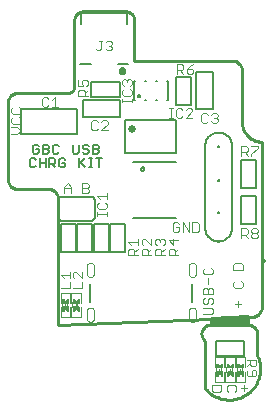
<source format=gto>
G75*
G70*
%OFA0B0*%
%FSLAX24Y24*%
%IPPOS*%
%LPD*%
%AMOC8*
5,1,8,0,0,1.08239X$1,22.5*
%
%ADD10C,0.0050*%
%ADD11C,0.0040*%
%ADD12C,0.0120*%
%ADD13C,0.0100*%
%ADD14C,0.0000*%
%ADD15C,0.0060*%
%ADD16C,0.0080*%
%ADD17C,0.0256*%
%ADD18C,0.0004*%
%ADD19C,0.0160*%
%ADD20C,0.0001*%
%ADD21C,0.0039*%
%ADD22R,0.0020X0.0197*%
D10*
X007158Y005886D02*
X007158Y008596D01*
X007593Y008596D02*
X007595Y008604D01*
X007600Y008611D01*
X007607Y008615D01*
X007615Y008616D01*
X007623Y008613D01*
X007629Y008608D01*
X007633Y008600D01*
X007633Y008592D01*
X007629Y008584D01*
X007623Y008579D01*
X007615Y008576D01*
X007607Y008577D01*
X007600Y008581D01*
X007595Y008588D01*
X007593Y008596D01*
X007158Y008596D02*
X007160Y008637D01*
X007165Y008677D01*
X007174Y008717D01*
X007187Y008756D01*
X007203Y008793D01*
X007222Y008829D01*
X007245Y008863D01*
X007270Y008895D01*
X007299Y008925D01*
X007329Y008952D01*
X007362Y008976D01*
X007397Y008997D01*
X007434Y009014D01*
X007472Y009029D01*
X007512Y009040D01*
X007552Y009047D01*
X007593Y009051D01*
X007633Y009051D01*
X007674Y009047D01*
X007714Y009040D01*
X007754Y009029D01*
X007792Y009014D01*
X007829Y008997D01*
X007864Y008976D01*
X007897Y008952D01*
X007927Y008925D01*
X007956Y008895D01*
X007981Y008863D01*
X008004Y008829D01*
X008023Y008793D01*
X008039Y008756D01*
X008052Y008717D01*
X008061Y008677D01*
X008066Y008637D01*
X008068Y008596D01*
X008068Y005886D01*
X008066Y005845D01*
X008061Y005805D01*
X008052Y005765D01*
X008039Y005726D01*
X008023Y005689D01*
X008004Y005653D01*
X007981Y005619D01*
X007956Y005587D01*
X007927Y005557D01*
X007897Y005530D01*
X007864Y005506D01*
X007829Y005485D01*
X007792Y005468D01*
X007754Y005453D01*
X007714Y005442D01*
X007674Y005435D01*
X007633Y005431D01*
X007593Y005431D01*
X007552Y005435D01*
X007512Y005442D01*
X007472Y005453D01*
X007434Y005468D01*
X007397Y005485D01*
X007362Y005506D01*
X007329Y005530D01*
X007299Y005557D01*
X007270Y005587D01*
X007245Y005619D01*
X007222Y005653D01*
X007203Y005689D01*
X007187Y005726D01*
X007174Y005765D01*
X007165Y005805D01*
X007160Y005845D01*
X007158Y005886D01*
X007593Y005436D02*
X007595Y005444D01*
X007600Y005451D01*
X007607Y005455D01*
X007615Y005456D01*
X007623Y005453D01*
X007629Y005448D01*
X007633Y005440D01*
X007633Y005432D01*
X007629Y005424D01*
X007623Y005419D01*
X007615Y005416D01*
X007607Y005417D01*
X007600Y005421D01*
X007595Y005428D01*
X007593Y005436D01*
X007593Y006391D02*
X007595Y006399D01*
X007600Y006406D01*
X007607Y006410D01*
X007615Y006411D01*
X007623Y006408D01*
X007629Y006403D01*
X007633Y006395D01*
X007633Y006387D01*
X007629Y006379D01*
X007623Y006374D01*
X007615Y006371D01*
X007607Y006372D01*
X007600Y006376D01*
X007595Y006383D01*
X007593Y006391D01*
X007593Y007471D02*
X007595Y007479D01*
X007600Y007486D01*
X007607Y007490D01*
X007615Y007491D01*
X007623Y007488D01*
X007629Y007483D01*
X007633Y007475D01*
X007633Y007467D01*
X007629Y007459D01*
X007623Y007454D01*
X007615Y007451D01*
X007607Y007452D01*
X007600Y007456D01*
X007595Y007463D01*
X007593Y007471D01*
X009100Y004834D02*
X009100Y004784D01*
X009050Y004784D02*
X009052Y004797D01*
X009057Y004810D01*
X009066Y004821D01*
X009077Y004828D01*
X009090Y004833D01*
X009103Y004834D01*
X009117Y004831D01*
X009129Y004825D01*
X009139Y004816D01*
X009146Y004804D01*
X009150Y004791D01*
X009150Y004777D01*
X009146Y004764D01*
X009139Y004752D01*
X009129Y004743D01*
X009117Y004737D01*
X009103Y004734D01*
X009090Y004735D01*
X009077Y004740D01*
X009066Y004747D01*
X009057Y004758D01*
X009052Y004771D01*
X009050Y004784D01*
D11*
X008862Y005536D02*
X008755Y005536D01*
X008701Y005590D01*
X008701Y005643D01*
X008755Y005696D01*
X008862Y005696D01*
X008915Y005643D01*
X008915Y005590D01*
X008862Y005536D01*
X008862Y005696D02*
X008915Y005750D01*
X008915Y005803D01*
X008862Y005857D01*
X008755Y005857D01*
X008701Y005803D01*
X008701Y005750D01*
X008755Y005696D01*
X008584Y005696D02*
X008530Y005643D01*
X008370Y005643D01*
X008370Y005536D02*
X008370Y005857D01*
X008530Y005857D01*
X008584Y005803D01*
X008584Y005696D01*
X008477Y005643D02*
X008584Y005536D01*
X008357Y004692D02*
X008143Y004692D01*
X008090Y004639D01*
X008090Y004479D01*
X008410Y004479D01*
X008410Y004639D01*
X008357Y004692D01*
X008357Y004092D02*
X008410Y004039D01*
X008410Y003932D01*
X008357Y003879D01*
X008143Y003879D01*
X008090Y003932D01*
X008090Y004039D01*
X008143Y004092D01*
X008250Y003442D02*
X008250Y003229D01*
X008143Y003336D02*
X008357Y003336D01*
X007419Y003388D02*
X007365Y003334D01*
X007419Y003388D02*
X007419Y003494D01*
X007365Y003548D01*
X007312Y003548D01*
X007259Y003494D01*
X007259Y003388D01*
X007205Y003334D01*
X007152Y003334D01*
X007098Y003388D01*
X007098Y003494D01*
X007152Y003548D01*
X007098Y003666D02*
X007098Y003826D01*
X007152Y003879D01*
X007205Y003879D01*
X007259Y003826D01*
X007259Y003666D01*
X007259Y003826D02*
X007312Y003879D01*
X007365Y003879D01*
X007419Y003826D01*
X007419Y003666D01*
X007098Y003666D01*
X007259Y003997D02*
X007259Y004211D01*
X007365Y004329D02*
X007152Y004329D01*
X007098Y004382D01*
X007098Y004489D01*
X007152Y004542D01*
X007365Y004542D02*
X007419Y004489D01*
X007419Y004382D01*
X007365Y004329D01*
X007365Y003216D02*
X007098Y003216D01*
X007098Y003003D02*
X007365Y003003D01*
X007419Y003056D01*
X007419Y003163D01*
X007365Y003216D01*
X006260Y004966D02*
X005940Y004966D01*
X005940Y005126D01*
X005993Y005180D01*
X006100Y005180D01*
X006153Y005126D01*
X006153Y004966D01*
X006153Y005073D02*
X006260Y005180D01*
X006100Y005298D02*
X006100Y005511D01*
X006260Y005458D02*
X005940Y005458D01*
X006100Y005298D01*
X005810Y005351D02*
X005757Y005298D01*
X005810Y005351D02*
X005810Y005458D01*
X005757Y005511D01*
X005703Y005511D01*
X005650Y005458D01*
X005650Y005405D01*
X005650Y005458D02*
X005596Y005511D01*
X005543Y005511D01*
X005490Y005458D01*
X005490Y005351D01*
X005543Y005298D01*
X005543Y005180D02*
X005650Y005180D01*
X005703Y005126D01*
X005703Y004966D01*
X005810Y004966D02*
X005490Y004966D01*
X005490Y005126D01*
X005543Y005180D01*
X005360Y005180D02*
X005253Y005073D01*
X005253Y005126D02*
X005253Y004966D01*
X005360Y004966D02*
X005040Y004966D01*
X005040Y005126D01*
X005093Y005180D01*
X005200Y005180D01*
X005253Y005126D01*
X005360Y005298D02*
X005146Y005511D01*
X005093Y005511D01*
X005040Y005458D01*
X005040Y005351D01*
X005093Y005298D01*
X004910Y005298D02*
X004910Y005511D01*
X004910Y005405D02*
X004590Y005405D01*
X004696Y005298D01*
X004643Y005180D02*
X004750Y005180D01*
X004803Y005126D01*
X004803Y004966D01*
X004910Y004966D02*
X004590Y004966D01*
X004590Y005126D01*
X004643Y005180D01*
X004803Y005073D02*
X004910Y005180D01*
X005360Y005298D02*
X005360Y005511D01*
X005703Y005073D02*
X005810Y005180D01*
X006129Y005736D02*
X006236Y005736D01*
X006289Y005790D01*
X006289Y005896D01*
X006182Y005896D01*
X006076Y005790D02*
X006129Y005736D01*
X006076Y005790D02*
X006076Y006003D01*
X006129Y006057D01*
X006236Y006057D01*
X006289Y006003D01*
X006407Y006057D02*
X006621Y005736D01*
X006621Y006057D01*
X006739Y006057D02*
X006739Y005736D01*
X006899Y005736D01*
X006952Y005790D01*
X006952Y006003D01*
X006899Y006057D01*
X006739Y006057D01*
X006407Y006057D02*
X006407Y005736D01*
X008370Y008285D02*
X008370Y008605D01*
X008530Y008605D01*
X008584Y008552D01*
X008584Y008445D01*
X008530Y008391D01*
X008370Y008391D01*
X008477Y008391D02*
X008584Y008285D01*
X008701Y008285D02*
X008701Y008338D01*
X008915Y008552D01*
X008915Y008605D01*
X008701Y008605D01*
X007579Y009441D02*
X007525Y009388D01*
X007419Y009388D01*
X007365Y009441D01*
X007247Y009441D02*
X007194Y009388D01*
X007087Y009388D01*
X007034Y009441D01*
X007034Y009655D01*
X007087Y009708D01*
X007194Y009708D01*
X007247Y009655D01*
X007365Y009655D02*
X007419Y009708D01*
X007525Y009708D01*
X007579Y009655D01*
X007579Y009601D01*
X007525Y009548D01*
X007579Y009495D01*
X007579Y009441D01*
X007525Y009548D02*
X007472Y009548D01*
X006733Y009547D02*
X006519Y009547D01*
X006733Y009760D01*
X006733Y009813D01*
X006679Y009867D01*
X006573Y009867D01*
X006519Y009813D01*
X006401Y009813D02*
X006348Y009867D01*
X006241Y009867D01*
X006188Y009813D01*
X006188Y009600D01*
X006241Y009547D01*
X006348Y009547D01*
X006401Y009600D01*
X006074Y009547D02*
X005967Y009547D01*
X006020Y009547D02*
X006020Y009867D01*
X005967Y009867D02*
X006074Y009867D01*
X006218Y011017D02*
X006218Y011338D01*
X006379Y011338D01*
X006432Y011284D01*
X006432Y011178D01*
X006379Y011124D01*
X006218Y011124D01*
X006325Y011124D02*
X006432Y011017D01*
X006550Y011071D02*
X006603Y011017D01*
X006710Y011017D01*
X006763Y011071D01*
X006763Y011124D01*
X006710Y011178D01*
X006550Y011178D01*
X006550Y011071D01*
X006550Y011178D02*
X006657Y011284D01*
X006763Y011338D01*
X004710Y010779D02*
X004710Y010672D01*
X004657Y010619D01*
X004657Y010501D02*
X004710Y010447D01*
X004710Y010341D01*
X004657Y010287D01*
X004443Y010287D01*
X004390Y010341D01*
X004390Y010447D01*
X004443Y010501D01*
X004443Y010619D02*
X004390Y010672D01*
X004390Y010779D01*
X004443Y010832D01*
X004496Y010832D01*
X004550Y010779D01*
X004603Y010832D01*
X004657Y010832D01*
X004710Y010779D01*
X004550Y010779D02*
X004550Y010726D01*
X004710Y010173D02*
X004710Y010066D01*
X004710Y010120D02*
X004390Y010120D01*
X004390Y010173D02*
X004390Y010066D01*
X003860Y009457D02*
X003913Y009403D01*
X003913Y009350D01*
X003700Y009136D01*
X003913Y009136D01*
X003860Y009457D02*
X003753Y009457D01*
X003700Y009403D01*
X003582Y009403D02*
X003529Y009457D01*
X003422Y009457D01*
X003368Y009403D01*
X003368Y009190D01*
X003422Y009136D01*
X003529Y009136D01*
X003582Y009190D01*
X003258Y010271D02*
X002938Y010271D01*
X002938Y010431D01*
X002992Y010485D01*
X003098Y010485D01*
X003152Y010431D01*
X003152Y010271D01*
X003152Y010378D02*
X003258Y010485D01*
X003205Y010603D02*
X003258Y010656D01*
X003258Y010763D01*
X003205Y010816D01*
X003098Y010816D01*
X003045Y010763D01*
X003045Y010710D01*
X003098Y010603D01*
X002938Y010603D01*
X002938Y010816D01*
X002265Y009916D02*
X002051Y009916D01*
X002158Y009916D02*
X002158Y010236D01*
X002051Y010129D01*
X001934Y010183D02*
X001880Y010236D01*
X001773Y010236D01*
X001720Y010183D01*
X001720Y009969D01*
X001773Y009916D01*
X001880Y009916D01*
X001934Y009969D01*
X001010Y009839D02*
X001010Y009733D01*
X000957Y009679D01*
X000743Y009679D01*
X000690Y009733D01*
X000690Y009839D01*
X000743Y009893D01*
X000957Y009893D02*
X001010Y009839D01*
X000957Y009561D02*
X001010Y009508D01*
X001010Y009401D01*
X000957Y009348D01*
X000743Y009348D01*
X000690Y009401D01*
X000690Y009508D01*
X000743Y009561D01*
X000690Y009230D02*
X000903Y009230D01*
X001010Y009123D01*
X000903Y009016D01*
X000690Y009016D01*
X002470Y007250D02*
X002470Y007036D01*
X002470Y007196D02*
X002684Y007196D01*
X002684Y007250D02*
X002684Y007036D01*
X002684Y007250D02*
X002577Y007357D01*
X002470Y007250D01*
X003070Y007196D02*
X003230Y007196D01*
X003284Y007143D01*
X003284Y007090D01*
X003230Y007036D01*
X003070Y007036D01*
X003070Y007357D01*
X003230Y007357D01*
X003284Y007303D01*
X003284Y007250D01*
X003230Y007196D01*
X003561Y006943D02*
X003881Y006943D01*
X003881Y006836D02*
X003881Y007050D01*
X003668Y006836D02*
X003561Y006943D01*
X003614Y006718D02*
X003561Y006665D01*
X003561Y006558D01*
X003614Y006505D01*
X003828Y006505D01*
X003881Y006558D01*
X003881Y006665D01*
X003828Y006718D01*
X003881Y006391D02*
X003881Y006284D01*
X003881Y006337D02*
X003561Y006337D01*
X003561Y006284D02*
X003561Y006391D01*
X003060Y004411D02*
X003060Y004198D01*
X002846Y004411D01*
X002793Y004411D01*
X002740Y004358D01*
X002740Y004251D01*
X002793Y004198D01*
X002660Y004198D02*
X002660Y004411D01*
X002660Y004305D02*
X002340Y004305D01*
X002446Y004198D01*
X002660Y004080D02*
X002660Y003866D01*
X002340Y003866D01*
X002740Y003866D02*
X003060Y003866D01*
X003060Y004080D01*
X007377Y000626D02*
X007377Y000466D01*
X007431Y000413D01*
X007644Y000413D01*
X007698Y000466D01*
X007698Y000626D01*
X007377Y000626D01*
X007877Y000573D02*
X007877Y000466D01*
X007931Y000413D01*
X007877Y000573D02*
X007931Y000626D01*
X008144Y000626D01*
X008198Y000573D01*
X008198Y000466D01*
X008144Y000413D01*
X008356Y000542D02*
X008569Y000542D01*
X008462Y000648D02*
X008462Y000435D01*
X008601Y000931D02*
X008814Y000931D01*
X008868Y000985D01*
X008868Y001091D01*
X008814Y001145D01*
X008761Y001145D01*
X008708Y001091D01*
X008708Y000931D01*
X008601Y000931D02*
X008547Y000985D01*
X008547Y001091D01*
X008601Y001145D01*
X008547Y001263D02*
X008654Y001370D01*
X008654Y001316D02*
X008654Y001476D01*
X008547Y001476D02*
X008868Y001476D01*
X008868Y001316D01*
X008814Y001263D01*
X008708Y001263D01*
X008654Y001316D01*
X004005Y011792D02*
X003898Y011792D01*
X003845Y011846D01*
X003952Y011952D02*
X004005Y011952D01*
X004058Y011899D01*
X004058Y011846D01*
X004005Y011792D01*
X004005Y011952D02*
X004058Y012006D01*
X004058Y012059D01*
X004005Y012112D01*
X003898Y012112D01*
X003845Y012059D01*
X003727Y012112D02*
X003620Y012112D01*
X003674Y012112D02*
X003674Y011846D01*
X003620Y011792D01*
X003567Y011792D01*
X003513Y011846D01*
D12*
X007387Y002826D02*
X008587Y002846D01*
X008587Y002891D01*
X007387Y002826D01*
X007387Y002656D01*
X008587Y002656D01*
X008587Y002846D01*
X008587Y002746D02*
X007387Y002746D01*
D13*
X007364Y002832D02*
X002254Y002646D01*
X002254Y006898D01*
X002248Y006931D01*
X002239Y006963D01*
X002226Y006994D01*
X002210Y007023D01*
X002192Y007050D01*
X002170Y007076D01*
X002146Y007099D01*
X002120Y007119D01*
X002092Y007137D01*
X002062Y007151D01*
X002031Y007162D01*
X001999Y007170D01*
X001966Y007175D01*
X001933Y007176D01*
X001900Y007174D01*
X001899Y007174D02*
X000904Y007174D01*
X000871Y007176D01*
X000839Y007181D01*
X000807Y007189D01*
X000776Y007201D01*
X000747Y007216D01*
X000719Y007234D01*
X000693Y007255D01*
X000670Y007278D01*
X000649Y007304D01*
X000631Y007331D01*
X000616Y007361D01*
X000604Y007392D01*
X000596Y007424D01*
X000591Y007456D01*
X000589Y007489D01*
X000589Y010062D01*
X000591Y010095D01*
X000596Y010127D01*
X000604Y010159D01*
X000616Y010190D01*
X000631Y010219D01*
X000649Y010247D01*
X000670Y010273D01*
X000693Y010296D01*
X000719Y010317D01*
X000747Y010335D01*
X000776Y010350D01*
X000807Y010362D01*
X000839Y010370D01*
X000871Y010375D01*
X000904Y010377D01*
X002595Y010377D01*
X002595Y010376D02*
X002621Y010378D01*
X002646Y010383D01*
X002670Y010391D01*
X002693Y010402D01*
X002715Y010417D01*
X002734Y010434D01*
X002751Y010453D01*
X002766Y010474D01*
X002777Y010498D01*
X002785Y010522D01*
X002790Y010547D01*
X002792Y010573D01*
X002792Y012782D01*
X002794Y012815D01*
X002799Y012847D01*
X002807Y012879D01*
X002819Y012910D01*
X002834Y012939D01*
X002852Y012967D01*
X002873Y012993D01*
X002896Y013016D01*
X002922Y013037D01*
X002950Y013055D01*
X002979Y013070D01*
X003010Y013082D01*
X003042Y013090D01*
X003074Y013095D01*
X003107Y013097D01*
X004489Y013097D01*
X004522Y013095D01*
X004554Y013090D01*
X004586Y013082D01*
X004617Y013070D01*
X004646Y013055D01*
X004674Y013037D01*
X004700Y013016D01*
X004723Y012993D01*
X004744Y012967D01*
X004762Y012939D01*
X004777Y012910D01*
X004789Y012879D01*
X004797Y012847D01*
X004802Y012815D01*
X004804Y012782D01*
X004804Y011456D01*
X008073Y011456D01*
X008073Y011455D02*
X008108Y011452D01*
X008142Y011444D01*
X008175Y011433D01*
X008207Y011419D01*
X008237Y011401D01*
X008265Y011380D01*
X008291Y011356D01*
X008315Y011330D01*
X008335Y011302D01*
X008352Y011271D01*
X008367Y011239D01*
X008377Y011206D01*
X008384Y011171D01*
X008388Y011136D01*
X008387Y011101D01*
X008388Y011101D02*
X008388Y009382D01*
X008387Y009381D02*
X008391Y009333D01*
X008397Y009285D01*
X008408Y009237D01*
X008422Y009191D01*
X008439Y009145D01*
X008460Y009101D01*
X008484Y009059D01*
X008511Y009019D01*
X008541Y008981D01*
X008574Y008945D01*
X008610Y008911D01*
X008647Y008881D01*
X008687Y008853D01*
X008729Y008828D01*
X008773Y008807D01*
X008818Y008789D01*
X008864Y008774D01*
X008912Y008763D01*
X008960Y008756D01*
X009008Y008752D01*
X009057Y008751D01*
X009057Y008752D02*
X009057Y003294D01*
X009055Y003255D01*
X009049Y003217D01*
X009040Y003180D01*
X009027Y003143D01*
X009010Y003108D01*
X008991Y003075D01*
X008968Y003044D01*
X008942Y003015D01*
X008913Y002989D01*
X008882Y002966D01*
X008849Y002947D01*
X008814Y002930D01*
X008777Y002917D01*
X008740Y002908D01*
X008702Y002902D01*
X008663Y002900D01*
X008663Y002901D02*
X008585Y002901D01*
X008585Y002646D01*
X008618Y002644D01*
X008650Y002639D01*
X008682Y002631D01*
X008713Y002619D01*
X008742Y002604D01*
X008770Y002586D01*
X008796Y002565D01*
X008819Y002542D01*
X008840Y002516D01*
X008858Y002488D01*
X008873Y002459D01*
X008885Y002428D01*
X008893Y002396D01*
X008898Y002364D01*
X008900Y002331D01*
X008900Y001623D01*
X008925Y001565D01*
X008947Y001505D01*
X008964Y001444D01*
X008978Y001382D01*
X008988Y001320D01*
X008995Y001257D01*
X008997Y001193D01*
X008995Y001130D01*
X008990Y001066D01*
X008981Y001004D01*
X008968Y000942D01*
X008951Y000880D01*
X008930Y000820D01*
X008906Y000762D01*
X008878Y000705D01*
X008847Y000649D01*
X008813Y000596D01*
X008775Y000545D01*
X008734Y000496D01*
X008690Y000450D01*
X008644Y000407D01*
X008595Y000367D01*
X008544Y000329D01*
X008490Y000295D01*
X008435Y000265D01*
X008377Y000237D01*
X008318Y000214D01*
X008258Y000194D01*
X008197Y000177D01*
X008135Y000165D01*
X008072Y000156D01*
X008009Y000151D01*
X007945Y000150D01*
X007882Y000153D01*
X007819Y000160D01*
X007756Y000170D01*
X007694Y000185D01*
X007633Y000203D01*
X007574Y000225D01*
X007516Y000251D01*
X007459Y000280D01*
X007405Y000312D01*
X007352Y000348D01*
X007302Y000387D01*
X007254Y000428D01*
X007209Y000473D01*
X007167Y000520D01*
X007167Y002095D01*
X007168Y002096D02*
X007141Y002117D01*
X007116Y002141D01*
X007095Y002168D01*
X007076Y002197D01*
X007061Y002228D01*
X007050Y002260D01*
X007042Y002293D01*
X007038Y002328D01*
X007039Y002362D01*
X007043Y002396D01*
X007050Y002430D01*
X007062Y002462D01*
X007077Y002493D01*
X007096Y002522D01*
X007117Y002548D01*
X007142Y002572D01*
X007169Y002593D01*
X007198Y002611D01*
X007229Y002626D01*
X007262Y002637D01*
X007296Y002644D01*
X007330Y002647D01*
X007364Y002646D01*
X007364Y002832D01*
D14*
X007650Y002746D02*
X007652Y002765D01*
X007658Y002783D01*
X007667Y002799D01*
X007680Y002813D01*
X007695Y002824D01*
X007712Y002832D01*
X007731Y002836D01*
X007749Y002836D01*
X007768Y002832D01*
X007785Y002824D01*
X007800Y002813D01*
X007813Y002799D01*
X007822Y002783D01*
X007828Y002765D01*
X007830Y002746D01*
X007828Y002727D01*
X007822Y002709D01*
X007813Y002693D01*
X007800Y002679D01*
X007785Y002668D01*
X007768Y002660D01*
X007749Y002656D01*
X007731Y002656D01*
X007712Y002660D01*
X007695Y002668D01*
X007680Y002679D01*
X007667Y002693D01*
X007658Y002709D01*
X007652Y002727D01*
X007650Y002746D01*
X008130Y002746D02*
X008132Y002765D01*
X008138Y002783D01*
X008147Y002799D01*
X008160Y002813D01*
X008175Y002824D01*
X008192Y002832D01*
X008211Y002836D01*
X008229Y002836D01*
X008248Y002832D01*
X008265Y002824D01*
X008280Y002813D01*
X008293Y002799D01*
X008302Y002783D01*
X008308Y002765D01*
X008310Y002746D01*
X008308Y002727D01*
X008302Y002709D01*
X008293Y002693D01*
X008280Y002679D01*
X008265Y002668D01*
X008248Y002660D01*
X008229Y002656D01*
X008211Y002656D01*
X008192Y002660D01*
X008175Y002668D01*
X008160Y002679D01*
X008147Y002693D01*
X008138Y002709D01*
X008132Y002727D01*
X008130Y002746D01*
X008086Y001343D02*
X008046Y001343D01*
X008044Y001328D01*
X008039Y001314D01*
X008029Y001301D01*
X008017Y001292D01*
X008003Y001286D01*
X007987Y001284D01*
X007972Y001286D01*
X007958Y001292D01*
X007946Y001301D01*
X007936Y001314D01*
X007930Y001328D01*
X007928Y001343D01*
X007889Y001343D01*
X007889Y001225D01*
X008086Y001225D01*
X008086Y001343D01*
X008239Y001343D02*
X008278Y001343D01*
X008280Y001328D01*
X008286Y001314D01*
X008296Y001301D01*
X008308Y001292D01*
X008322Y001286D01*
X008337Y001284D01*
X008353Y001286D01*
X008367Y001292D01*
X008379Y001301D01*
X008389Y001314D01*
X008394Y001328D01*
X008396Y001343D01*
X008436Y001343D01*
X008436Y001225D01*
X008239Y001225D01*
X008239Y001343D01*
X008239Y001068D02*
X008436Y001068D01*
X008436Y000949D01*
X008396Y000949D01*
X008394Y000965D01*
X008389Y000979D01*
X008379Y000991D01*
X008367Y001001D01*
X008353Y001006D01*
X008337Y001008D01*
X008322Y001006D01*
X008308Y001001D01*
X008296Y000991D01*
X008286Y000979D01*
X008280Y000965D01*
X008278Y000949D01*
X008239Y000949D01*
X008239Y001068D01*
X008086Y001068D02*
X007889Y001068D01*
X007889Y000949D01*
X007928Y000949D01*
X007930Y000965D01*
X007936Y000979D01*
X007946Y000991D01*
X007958Y001001D01*
X007972Y001006D01*
X007987Y001008D01*
X008003Y001006D01*
X008017Y001001D01*
X008029Y000991D01*
X008039Y000979D01*
X008044Y000965D01*
X008046Y000949D01*
X008086Y000949D01*
X008086Y001068D01*
X007736Y001068D02*
X007539Y001068D01*
X007539Y000949D01*
X007578Y000949D01*
X007580Y000965D01*
X007586Y000979D01*
X007596Y000991D01*
X007608Y001001D01*
X007622Y001006D01*
X007637Y001008D01*
X007653Y001006D01*
X007667Y001001D01*
X007679Y000991D01*
X007689Y000979D01*
X007694Y000965D01*
X007696Y000949D01*
X007736Y000949D01*
X007736Y001068D01*
X007736Y001225D02*
X007539Y001225D01*
X007539Y001343D01*
X007578Y001343D01*
X007580Y001328D01*
X007586Y001314D01*
X007596Y001301D01*
X007608Y001292D01*
X007622Y001286D01*
X007637Y001284D01*
X007653Y001286D01*
X007667Y001292D01*
X007679Y001301D01*
X007689Y001314D01*
X007694Y001328D01*
X007696Y001343D01*
X007736Y001343D01*
X007736Y001225D01*
X002948Y003112D02*
X002909Y003112D01*
X002907Y003127D01*
X002901Y003142D01*
X002892Y003154D01*
X002880Y003163D01*
X002865Y003169D01*
X002850Y003171D01*
X002835Y003169D01*
X002820Y003163D01*
X002808Y003154D01*
X002799Y003142D01*
X002793Y003127D01*
X002791Y003112D01*
X002752Y003112D01*
X002752Y003230D01*
X002948Y003230D01*
X002948Y003112D01*
X002948Y003388D02*
X002752Y003388D01*
X002752Y003506D01*
X002791Y003506D01*
X002793Y003490D01*
X002799Y003476D01*
X002808Y003464D01*
X002820Y003455D01*
X002835Y003449D01*
X002850Y003447D01*
X002865Y003449D01*
X002880Y003455D01*
X002892Y003464D01*
X002901Y003476D01*
X002907Y003490D01*
X002909Y003506D01*
X002948Y003506D01*
X002948Y003388D01*
X002598Y003388D02*
X002402Y003388D01*
X002402Y003506D01*
X002441Y003506D01*
X002443Y003490D01*
X002449Y003476D01*
X002458Y003464D01*
X002470Y003455D01*
X002485Y003449D01*
X002500Y003447D01*
X002515Y003449D01*
X002530Y003455D01*
X002542Y003464D01*
X002551Y003476D01*
X002557Y003490D01*
X002559Y003506D01*
X002598Y003506D01*
X002598Y003388D01*
X002598Y003230D02*
X002402Y003230D01*
X002402Y003112D01*
X002441Y003112D01*
X002443Y003127D01*
X002449Y003142D01*
X002458Y003154D01*
X002470Y003163D01*
X002485Y003169D01*
X002500Y003171D01*
X002515Y003169D01*
X002530Y003163D01*
X002542Y003154D01*
X002551Y003142D01*
X002557Y003127D01*
X002559Y003112D01*
X002598Y003112D01*
X002598Y003230D01*
D15*
X002846Y005074D02*
X002354Y005074D01*
X002354Y006019D01*
X002846Y006019D01*
X002846Y005074D01*
X002904Y005074D02*
X003396Y005074D01*
X003396Y006019D01*
X002904Y006019D01*
X002904Y005074D01*
X003454Y005074D02*
X003454Y006019D01*
X003946Y006019D01*
X003946Y005074D01*
X003454Y005074D01*
X004004Y005074D02*
X004004Y006019D01*
X004496Y006019D01*
X004496Y005074D01*
X004004Y005074D01*
X003375Y006121D02*
X002375Y006121D01*
X002358Y006123D01*
X002341Y006127D01*
X002325Y006134D01*
X002311Y006144D01*
X002298Y006157D01*
X002288Y006171D01*
X002281Y006187D01*
X002277Y006204D01*
X002275Y006221D01*
X002275Y006821D01*
X002277Y006838D01*
X002281Y006855D01*
X002288Y006871D01*
X002298Y006885D01*
X002311Y006898D01*
X002325Y006908D01*
X002341Y006915D01*
X002358Y006919D01*
X002375Y006921D01*
X003375Y006921D01*
X003392Y006919D01*
X003409Y006915D01*
X003425Y006908D01*
X003439Y006898D01*
X003452Y006885D01*
X003462Y006871D01*
X003469Y006855D01*
X003473Y006838D01*
X003475Y006821D01*
X003475Y006221D01*
X003473Y006204D01*
X003469Y006187D01*
X003462Y006171D01*
X003452Y006157D01*
X003439Y006144D01*
X003425Y006134D01*
X003409Y006127D01*
X003392Y006123D01*
X003375Y006121D01*
X003398Y007896D02*
X003298Y007896D01*
X003348Y007896D02*
X003348Y008197D01*
X003298Y008197D02*
X003398Y008197D01*
X003408Y008346D02*
X003558Y008346D01*
X003608Y008396D01*
X003608Y008446D01*
X003558Y008496D01*
X003408Y008496D01*
X003277Y008446D02*
X003277Y008396D01*
X003227Y008346D01*
X003127Y008346D01*
X003077Y008396D01*
X003127Y008496D02*
X003227Y008496D01*
X003277Y008446D01*
X003277Y008596D02*
X003227Y008647D01*
X003127Y008647D01*
X003077Y008596D01*
X003077Y008546D01*
X003127Y008496D01*
X002946Y008396D02*
X002946Y008647D01*
X002946Y008396D02*
X002895Y008346D01*
X002795Y008346D01*
X002745Y008396D01*
X002745Y008647D01*
X002882Y009001D02*
X002882Y009848D01*
X001030Y009848D01*
X001030Y009001D01*
X002882Y009001D01*
X003082Y009560D02*
X003082Y010133D01*
X004323Y010133D01*
X004323Y009560D01*
X003082Y009560D01*
X003371Y010250D02*
X003371Y010742D01*
X004316Y010742D01*
X004316Y010250D01*
X003371Y010250D01*
X003408Y008647D02*
X003558Y008647D01*
X003608Y008596D01*
X003608Y008546D01*
X003558Y008496D01*
X003408Y008346D02*
X003408Y008647D01*
X003519Y008197D02*
X003719Y008197D01*
X003619Y008197D02*
X003619Y007896D01*
X003167Y007896D02*
X003016Y008046D01*
X002966Y007996D02*
X003167Y008197D01*
X002966Y008197D02*
X002966Y007896D01*
X002504Y007946D02*
X002504Y008046D01*
X002403Y008046D01*
X002303Y007946D02*
X002353Y007896D01*
X002453Y007896D01*
X002504Y007946D01*
X002504Y008146D02*
X002453Y008197D01*
X002353Y008197D01*
X002303Y008146D01*
X002303Y007946D01*
X002172Y007896D02*
X002072Y007996D01*
X002122Y007996D02*
X001972Y007996D01*
X001972Y007896D02*
X001972Y008197D01*
X002122Y008197D01*
X002172Y008146D01*
X002172Y008046D01*
X002122Y007996D01*
X002132Y008346D02*
X002233Y008346D01*
X002283Y008396D01*
X002283Y008596D02*
X002233Y008647D01*
X002132Y008647D01*
X002082Y008596D01*
X002082Y008396D01*
X002132Y008346D01*
X001951Y008396D02*
X001901Y008346D01*
X001751Y008346D01*
X001751Y008647D01*
X001901Y008647D01*
X001951Y008596D01*
X001951Y008546D01*
X001901Y008496D01*
X001751Y008496D01*
X001620Y008496D02*
X001519Y008496D01*
X001620Y008496D02*
X001620Y008396D01*
X001570Y008346D01*
X001469Y008346D01*
X001419Y008396D01*
X001419Y008596D01*
X001469Y008647D01*
X001570Y008647D01*
X001620Y008596D01*
X001901Y008496D02*
X001951Y008446D01*
X001951Y008396D01*
X001841Y008197D02*
X001841Y007896D01*
X001841Y008046D02*
X001640Y008046D01*
X001640Y007896D02*
X001640Y008197D01*
X001509Y008146D02*
X001459Y008197D01*
X001359Y008197D01*
X001309Y008146D01*
X001309Y007946D01*
X001359Y007896D01*
X001459Y007896D01*
X001509Y007946D01*
X004760Y008060D02*
X006180Y008060D01*
X006863Y009826D02*
X007436Y009826D01*
X007436Y011067D01*
X006863Y011067D01*
X006863Y009826D01*
X006679Y009974D02*
X006187Y009974D01*
X006187Y010919D01*
X006679Y010919D01*
X006679Y009974D01*
X005910Y010127D02*
X005873Y010127D01*
X005910Y010127D02*
X005910Y010765D01*
X005873Y010765D01*
X005556Y010765D02*
X005519Y010765D01*
X005181Y010765D02*
X005144Y010765D01*
X004827Y010765D02*
X004790Y010765D01*
X004790Y010127D01*
X004827Y010127D01*
X004917Y010269D02*
X004919Y010281D01*
X004924Y010292D01*
X004933Y010301D01*
X004944Y010306D01*
X004956Y010308D01*
X004968Y010306D01*
X004979Y010301D01*
X004988Y010292D01*
X004993Y010281D01*
X004995Y010269D01*
X004993Y010257D01*
X004988Y010246D01*
X004979Y010237D01*
X004968Y010232D01*
X004956Y010230D01*
X004944Y010232D01*
X004933Y010237D01*
X004924Y010246D01*
X004919Y010257D01*
X004917Y010269D01*
X005144Y010127D02*
X005181Y010127D01*
X005519Y010127D02*
X005556Y010127D01*
X006180Y006200D02*
X004760Y006200D01*
X007515Y002092D02*
X007515Y001600D01*
X008460Y001600D01*
X008460Y002092D01*
X007515Y002092D01*
X008354Y005991D02*
X008354Y006936D01*
X008846Y006936D01*
X008846Y005991D01*
X008354Y005991D01*
X008354Y007191D02*
X008354Y008136D01*
X008846Y008136D01*
X008846Y007191D01*
X008354Y007191D01*
D16*
X006196Y008366D02*
X006196Y009468D01*
X004504Y009468D01*
X004504Y008366D01*
X006196Y008366D01*
X005023Y007840D02*
X005025Y007855D01*
X005031Y007868D01*
X005040Y007880D01*
X005051Y007889D01*
X005065Y007895D01*
X005080Y007897D01*
X005095Y007895D01*
X005108Y007889D01*
X005120Y007880D01*
X005129Y007869D01*
X005135Y007855D01*
X005137Y007840D01*
X005135Y007825D01*
X005129Y007812D01*
X005120Y007800D01*
X005109Y007791D01*
X005095Y007785D01*
X005080Y007783D01*
X005065Y007785D01*
X005052Y007791D01*
X005040Y007800D01*
X005031Y007811D01*
X005025Y007825D01*
X005023Y007840D01*
X004601Y011340D02*
X004246Y011340D01*
X003360Y011340D02*
X002986Y011340D01*
X003037Y012664D02*
X003037Y013038D01*
X003039Y013041D02*
X004548Y013041D01*
X004545Y013038D02*
X004545Y012664D01*
X003336Y004008D02*
X003336Y003411D01*
X006737Y003411D02*
X006737Y004008D01*
D17*
X004710Y009173D03*
D18*
X003454Y004600D02*
X003454Y004356D01*
X003452Y004336D01*
X003447Y004316D01*
X003438Y004297D01*
X003426Y004280D01*
X003412Y004266D01*
X003395Y004254D01*
X003376Y004245D01*
X003356Y004240D01*
X003336Y004238D01*
X003316Y004240D01*
X003296Y004245D01*
X003277Y004254D01*
X003260Y004266D01*
X003246Y004280D01*
X003234Y004297D01*
X003225Y004316D01*
X003220Y004336D01*
X003218Y004356D01*
X003218Y004600D01*
X003220Y004620D01*
X003225Y004640D01*
X003234Y004659D01*
X003246Y004676D01*
X003260Y004690D01*
X003277Y004702D01*
X003296Y004711D01*
X003316Y004716D01*
X003336Y004718D01*
X003356Y004716D01*
X003376Y004711D01*
X003395Y004702D01*
X003412Y004690D01*
X003426Y004676D01*
X003438Y004659D01*
X003447Y004640D01*
X003452Y004620D01*
X003454Y004600D01*
X003454Y003104D02*
X003454Y002860D01*
X003452Y002840D01*
X003447Y002820D01*
X003438Y002801D01*
X003426Y002784D01*
X003412Y002770D01*
X003395Y002758D01*
X003376Y002749D01*
X003356Y002744D01*
X003336Y002742D01*
X003316Y002744D01*
X003296Y002749D01*
X003277Y002758D01*
X003260Y002770D01*
X003246Y002784D01*
X003234Y002801D01*
X003225Y002820D01*
X003220Y002840D01*
X003218Y002860D01*
X003218Y003104D01*
X003220Y003124D01*
X003225Y003144D01*
X003234Y003163D01*
X003246Y003180D01*
X003260Y003194D01*
X003277Y003206D01*
X003296Y003215D01*
X003316Y003220D01*
X003336Y003222D01*
X003356Y003220D01*
X003376Y003215D01*
X003395Y003206D01*
X003412Y003194D01*
X003426Y003180D01*
X003438Y003163D01*
X003447Y003144D01*
X003452Y003124D01*
X003454Y003104D01*
X006619Y003104D02*
X006619Y002860D01*
X006621Y002840D01*
X006626Y002820D01*
X006635Y002801D01*
X006647Y002784D01*
X006661Y002770D01*
X006678Y002758D01*
X006697Y002749D01*
X006717Y002744D01*
X006737Y002742D01*
X006757Y002744D01*
X006777Y002749D01*
X006796Y002758D01*
X006813Y002770D01*
X006827Y002784D01*
X006839Y002801D01*
X006848Y002820D01*
X006853Y002840D01*
X006855Y002860D01*
X006855Y003104D01*
X006853Y003124D01*
X006848Y003144D01*
X006839Y003163D01*
X006827Y003180D01*
X006813Y003194D01*
X006796Y003206D01*
X006777Y003215D01*
X006757Y003220D01*
X006737Y003222D01*
X006717Y003220D01*
X006697Y003215D01*
X006678Y003206D01*
X006661Y003194D01*
X006647Y003180D01*
X006635Y003163D01*
X006626Y003144D01*
X006621Y003124D01*
X006619Y003104D01*
X006619Y004356D02*
X006619Y004600D01*
X006621Y004620D01*
X006626Y004640D01*
X006635Y004659D01*
X006647Y004676D01*
X006661Y004690D01*
X006678Y004702D01*
X006697Y004711D01*
X006717Y004716D01*
X006737Y004718D01*
X006757Y004716D01*
X006777Y004711D01*
X006796Y004702D01*
X006813Y004690D01*
X006827Y004676D01*
X006839Y004659D01*
X006848Y004640D01*
X006853Y004620D01*
X006855Y004600D01*
X006855Y004356D01*
X006853Y004336D01*
X006848Y004316D01*
X006839Y004297D01*
X006827Y004280D01*
X006813Y004266D01*
X006796Y004254D01*
X006777Y004245D01*
X006757Y004240D01*
X006737Y004238D01*
X006717Y004240D01*
X006697Y004245D01*
X006678Y004254D01*
X006661Y004266D01*
X006647Y004280D01*
X006635Y004297D01*
X006626Y004316D01*
X006621Y004336D01*
X006619Y004356D01*
D19*
X004348Y011114D02*
X004350Y011127D01*
X004356Y011139D01*
X004365Y011148D01*
X004376Y011155D01*
X004389Y011158D01*
X004402Y011157D01*
X004414Y011152D01*
X004424Y011144D01*
X004432Y011133D01*
X004436Y011121D01*
X004436Y011107D01*
X004432Y011095D01*
X004424Y011084D01*
X004414Y011076D01*
X004402Y011071D01*
X004389Y011070D01*
X004376Y011073D01*
X004365Y011080D01*
X004356Y011089D01*
X004350Y011101D01*
X004348Y011114D01*
D20*
X002948Y003505D02*
X002909Y003505D01*
X002909Y003504D02*
X002948Y003504D01*
X002948Y003503D02*
X002909Y003503D01*
X002909Y003502D02*
X002948Y003502D01*
X002948Y003501D02*
X002908Y003501D01*
X002908Y003500D02*
X002948Y003500D01*
X002948Y003499D02*
X002908Y003499D01*
X002908Y003498D02*
X002948Y003498D01*
X002948Y003497D02*
X002908Y003497D01*
X002908Y003496D02*
X002948Y003496D01*
X002948Y003495D02*
X002908Y003495D01*
X002908Y003494D02*
X002948Y003494D01*
X002948Y003493D02*
X002907Y003493D01*
X002907Y003492D02*
X002948Y003492D01*
X002948Y003491D02*
X002907Y003491D01*
X002907Y003490D02*
X002948Y003490D01*
X002948Y003489D02*
X002907Y003489D01*
X002906Y003488D02*
X002948Y003488D01*
X002948Y003487D02*
X002906Y003487D01*
X002905Y003486D02*
X002948Y003486D01*
X002948Y003485D02*
X002905Y003485D01*
X002905Y003484D02*
X002948Y003484D01*
X002948Y003483D02*
X002904Y003483D01*
X002904Y003482D02*
X002948Y003482D01*
X002948Y003481D02*
X002903Y003481D01*
X002903Y003480D02*
X002948Y003480D01*
X002948Y003479D02*
X002902Y003479D01*
X002902Y003478D02*
X002948Y003478D01*
X002948Y003477D02*
X002902Y003477D01*
X002901Y003476D02*
X002948Y003476D01*
X002948Y003475D02*
X002901Y003475D01*
X002900Y003474D02*
X002948Y003474D01*
X002948Y003473D02*
X002899Y003473D01*
X002898Y003472D02*
X002948Y003472D01*
X002948Y003471D02*
X002898Y003471D01*
X002897Y003470D02*
X002948Y003470D01*
X002948Y003469D02*
X002896Y003469D01*
X002895Y003468D02*
X002948Y003468D01*
X002948Y003467D02*
X002894Y003467D01*
X002894Y003466D02*
X002948Y003466D01*
X002948Y003465D02*
X002893Y003465D01*
X002892Y003464D02*
X002948Y003464D01*
X002948Y003463D02*
X002891Y003463D01*
X002890Y003462D02*
X002948Y003462D01*
X002948Y003461D02*
X002889Y003461D01*
X002887Y003460D02*
X002948Y003460D01*
X002948Y003459D02*
X002886Y003459D01*
X002885Y003458D02*
X002948Y003458D01*
X002948Y003457D02*
X002883Y003457D01*
X002882Y003456D02*
X002948Y003456D01*
X002948Y003455D02*
X002881Y003455D01*
X002879Y003454D02*
X002948Y003454D01*
X002948Y003453D02*
X002877Y003453D01*
X002874Y003452D02*
X002948Y003452D01*
X002948Y003451D02*
X002872Y003451D01*
X002870Y003450D02*
X002948Y003450D01*
X002948Y003449D02*
X002867Y003449D01*
X002864Y003448D02*
X002948Y003448D01*
X002948Y003447D02*
X002856Y003447D01*
X002844Y003447D02*
X002752Y003447D01*
X002752Y003446D02*
X002948Y003446D01*
X002948Y003445D02*
X002752Y003445D01*
X002752Y003444D02*
X002948Y003444D01*
X002948Y003443D02*
X002752Y003443D01*
X002752Y003442D02*
X002948Y003442D01*
X002948Y003441D02*
X002752Y003441D01*
X002752Y003440D02*
X002948Y003440D01*
X002948Y003439D02*
X002752Y003439D01*
X002752Y003438D02*
X002948Y003438D01*
X002948Y003437D02*
X002752Y003437D01*
X002752Y003436D02*
X002948Y003436D01*
X002752Y003436D01*
X002752Y003435D02*
X002948Y003435D01*
X002948Y003434D02*
X002752Y003434D01*
X002752Y003433D02*
X002948Y003433D01*
X002948Y003432D02*
X002752Y003432D01*
X002752Y003431D02*
X002948Y003431D01*
X002948Y003430D02*
X002752Y003430D01*
X002752Y003429D02*
X002948Y003429D01*
X002948Y003428D02*
X002752Y003428D01*
X002752Y003427D02*
X002948Y003427D01*
X002948Y003426D02*
X002752Y003426D01*
X002752Y003425D02*
X002948Y003425D01*
X002948Y003424D02*
X002752Y003424D01*
X002752Y003423D02*
X002948Y003423D01*
X002948Y003422D02*
X002752Y003422D01*
X002752Y003421D02*
X002948Y003421D01*
X002948Y003420D02*
X002752Y003420D01*
X002752Y003419D02*
X002948Y003419D01*
X002948Y003418D02*
X002752Y003418D01*
X002752Y003417D02*
X002948Y003417D01*
X002948Y003416D02*
X002752Y003416D01*
X002752Y003415D02*
X002948Y003415D01*
X002948Y003414D02*
X002752Y003414D01*
X002752Y003413D02*
X002948Y003413D01*
X002948Y003412D02*
X002752Y003412D01*
X002752Y003411D02*
X002948Y003411D01*
X002948Y003410D02*
X002752Y003410D01*
X002752Y003409D02*
X002948Y003409D01*
X002948Y003408D02*
X002752Y003408D01*
X002752Y003407D02*
X002948Y003407D01*
X002948Y003406D02*
X002752Y003406D01*
X002752Y003405D02*
X002948Y003405D01*
X002948Y003404D02*
X002752Y003404D01*
X002752Y003403D02*
X002948Y003403D01*
X002948Y003402D02*
X002752Y003402D01*
X002752Y003401D02*
X002948Y003401D01*
X002948Y003400D02*
X002752Y003400D01*
X002752Y003399D02*
X002948Y003399D01*
X002948Y003398D02*
X002752Y003398D01*
X002752Y003397D02*
X002948Y003397D01*
X002948Y003396D02*
X002752Y003396D01*
X002752Y003395D02*
X002948Y003395D01*
X002948Y003394D02*
X002752Y003394D01*
X002752Y003393D02*
X002948Y003393D01*
X002948Y003392D02*
X002752Y003392D01*
X002752Y003391D02*
X002948Y003391D01*
X002948Y003390D02*
X002752Y003390D01*
X002752Y003389D02*
X002948Y003389D01*
X002836Y003448D02*
X002752Y003448D01*
X002752Y003449D02*
X002833Y003449D01*
X002830Y003450D02*
X002752Y003450D01*
X002752Y003451D02*
X002828Y003451D01*
X002826Y003452D02*
X002752Y003452D01*
X002752Y003453D02*
X002823Y003453D01*
X002821Y003454D02*
X002752Y003454D01*
X002752Y003455D02*
X002819Y003455D01*
X002818Y003456D02*
X002752Y003456D01*
X002752Y003457D02*
X002817Y003457D01*
X002815Y003458D02*
X002752Y003458D01*
X002752Y003459D02*
X002814Y003459D01*
X002813Y003460D02*
X002752Y003460D01*
X002752Y003461D02*
X002811Y003461D01*
X002810Y003462D02*
X002752Y003462D01*
X002752Y003463D02*
X002809Y003463D01*
X002808Y003464D02*
X002752Y003464D01*
X002752Y003465D02*
X002807Y003465D01*
X002806Y003466D02*
X002752Y003466D01*
X002752Y003467D02*
X002806Y003467D01*
X002805Y003468D02*
X002752Y003468D01*
X002752Y003469D02*
X002804Y003469D01*
X002803Y003470D02*
X002752Y003470D01*
X002752Y003471D02*
X002802Y003471D01*
X002802Y003472D02*
X002752Y003472D01*
X002752Y003473D02*
X002801Y003473D01*
X002800Y003474D02*
X002752Y003474D01*
X002752Y003475D02*
X002799Y003475D01*
X002799Y003476D02*
X002752Y003476D01*
X002752Y003477D02*
X002798Y003477D01*
X002798Y003478D02*
X002752Y003478D01*
X002752Y003479D02*
X002798Y003479D01*
X002797Y003480D02*
X002752Y003480D01*
X002752Y003481D02*
X002797Y003481D01*
X002796Y003482D02*
X002752Y003482D01*
X002752Y003483D02*
X002796Y003483D01*
X002795Y003484D02*
X002752Y003484D01*
X002752Y003485D02*
X002795Y003485D01*
X002795Y003486D02*
X002752Y003486D01*
X002752Y003487D02*
X002794Y003487D01*
X002794Y003488D02*
X002752Y003488D01*
X002752Y003489D02*
X002793Y003489D01*
X002793Y003490D02*
X002752Y003490D01*
X002752Y003491D02*
X002793Y003491D01*
X002793Y003492D02*
X002752Y003492D01*
X002752Y003493D02*
X002793Y003493D01*
X002792Y003494D02*
X002752Y003494D01*
X002752Y003495D02*
X002792Y003495D01*
X002792Y003496D02*
X002752Y003496D01*
X002752Y003497D02*
X002792Y003497D01*
X002792Y003498D02*
X002752Y003498D01*
X002752Y003499D02*
X002792Y003499D01*
X002792Y003500D02*
X002752Y003500D01*
X002752Y003501D02*
X002792Y003501D01*
X002791Y003502D02*
X002752Y003502D01*
X002752Y003503D02*
X002791Y003503D01*
X002791Y003504D02*
X002752Y003504D01*
X002752Y003505D02*
X002791Y003505D01*
X002598Y003505D02*
X002559Y003505D01*
X002559Y003504D02*
X002598Y003504D01*
X002598Y003503D02*
X002559Y003503D01*
X002559Y003502D02*
X002598Y003502D01*
X002598Y003501D02*
X002558Y003501D01*
X002558Y003500D02*
X002598Y003500D01*
X002598Y003499D02*
X002558Y003499D01*
X002558Y003498D02*
X002598Y003498D01*
X002598Y003497D02*
X002558Y003497D01*
X002558Y003496D02*
X002598Y003496D01*
X002598Y003495D02*
X002558Y003495D01*
X002558Y003494D02*
X002598Y003494D01*
X002598Y003493D02*
X002557Y003493D01*
X002557Y003492D02*
X002598Y003492D01*
X002598Y003491D02*
X002557Y003491D01*
X002557Y003490D02*
X002598Y003490D01*
X002598Y003489D02*
X002557Y003489D01*
X002556Y003488D02*
X002598Y003488D01*
X002598Y003487D02*
X002556Y003487D01*
X002555Y003486D02*
X002598Y003486D01*
X002598Y003485D02*
X002555Y003485D01*
X002555Y003484D02*
X002598Y003484D01*
X002598Y003483D02*
X002554Y003483D01*
X002554Y003482D02*
X002598Y003482D01*
X002598Y003481D02*
X002553Y003481D01*
X002553Y003480D02*
X002598Y003480D01*
X002598Y003479D02*
X002552Y003479D01*
X002552Y003478D02*
X002598Y003478D01*
X002598Y003477D02*
X002552Y003477D01*
X002551Y003476D02*
X002598Y003476D01*
X002598Y003475D02*
X002551Y003475D01*
X002550Y003474D02*
X002598Y003474D01*
X002598Y003473D02*
X002549Y003473D01*
X002548Y003472D02*
X002598Y003472D01*
X002598Y003471D02*
X002548Y003471D01*
X002547Y003470D02*
X002598Y003470D01*
X002598Y003469D02*
X002546Y003469D01*
X002545Y003468D02*
X002598Y003468D01*
X002598Y003467D02*
X002544Y003467D01*
X002544Y003466D02*
X002598Y003466D01*
X002598Y003465D02*
X002543Y003465D01*
X002542Y003464D02*
X002598Y003464D01*
X002598Y003463D02*
X002541Y003463D01*
X002540Y003462D02*
X002598Y003462D01*
X002598Y003461D02*
X002539Y003461D01*
X002537Y003460D02*
X002598Y003460D01*
X002598Y003459D02*
X002536Y003459D01*
X002535Y003458D02*
X002598Y003458D01*
X002598Y003457D02*
X002533Y003457D01*
X002532Y003456D02*
X002598Y003456D01*
X002598Y003455D02*
X002531Y003455D01*
X002529Y003454D02*
X002598Y003454D01*
X002598Y003453D02*
X002527Y003453D01*
X002524Y003452D02*
X002598Y003452D01*
X002598Y003451D02*
X002522Y003451D01*
X002520Y003450D02*
X002598Y003450D01*
X002598Y003449D02*
X002517Y003449D01*
X002514Y003448D02*
X002598Y003448D01*
X002598Y003447D02*
X002506Y003447D01*
X002494Y003447D02*
X002402Y003447D01*
X002402Y003446D02*
X002598Y003446D01*
X002598Y003445D02*
X002402Y003445D01*
X002402Y003444D02*
X002598Y003444D01*
X002598Y003443D02*
X002402Y003443D01*
X002402Y003442D02*
X002598Y003442D01*
X002598Y003441D02*
X002402Y003441D01*
X002402Y003440D02*
X002598Y003440D01*
X002598Y003439D02*
X002402Y003439D01*
X002402Y003438D02*
X002598Y003438D01*
X002598Y003437D02*
X002402Y003437D01*
X002402Y003436D02*
X002598Y003436D01*
X002402Y003436D01*
X002402Y003435D02*
X002598Y003435D01*
X002598Y003434D02*
X002402Y003434D01*
X002402Y003433D02*
X002598Y003433D01*
X002598Y003432D02*
X002402Y003432D01*
X002402Y003431D02*
X002598Y003431D01*
X002598Y003430D02*
X002402Y003430D01*
X002402Y003429D02*
X002598Y003429D01*
X002598Y003428D02*
X002402Y003428D01*
X002402Y003427D02*
X002598Y003427D01*
X002598Y003426D02*
X002402Y003426D01*
X002402Y003425D02*
X002598Y003425D01*
X002598Y003424D02*
X002402Y003424D01*
X002402Y003423D02*
X002598Y003423D01*
X002598Y003422D02*
X002402Y003422D01*
X002402Y003421D02*
X002598Y003421D01*
X002598Y003420D02*
X002402Y003420D01*
X002402Y003419D02*
X002598Y003419D01*
X002598Y003418D02*
X002402Y003418D01*
X002402Y003417D02*
X002598Y003417D01*
X002598Y003416D02*
X002402Y003416D01*
X002402Y003415D02*
X002598Y003415D01*
X002598Y003414D02*
X002402Y003414D01*
X002402Y003413D02*
X002598Y003413D01*
X002598Y003412D02*
X002402Y003412D01*
X002402Y003411D02*
X002598Y003411D01*
X002598Y003410D02*
X002402Y003410D01*
X002402Y003409D02*
X002598Y003409D01*
X002598Y003408D02*
X002402Y003408D01*
X002402Y003407D02*
X002598Y003407D01*
X002598Y003406D02*
X002402Y003406D01*
X002402Y003405D02*
X002598Y003405D01*
X002598Y003404D02*
X002402Y003404D01*
X002402Y003403D02*
X002598Y003403D01*
X002598Y003402D02*
X002402Y003402D01*
X002402Y003401D02*
X002598Y003401D01*
X002598Y003400D02*
X002402Y003400D01*
X002402Y003399D02*
X002598Y003399D01*
X002598Y003398D02*
X002402Y003398D01*
X002402Y003397D02*
X002598Y003397D01*
X002598Y003396D02*
X002402Y003396D01*
X002402Y003395D02*
X002598Y003395D01*
X002598Y003394D02*
X002402Y003394D01*
X002402Y003393D02*
X002598Y003393D01*
X002598Y003392D02*
X002402Y003392D01*
X002402Y003391D02*
X002598Y003391D01*
X002598Y003390D02*
X002402Y003390D01*
X002402Y003389D02*
X002598Y003389D01*
X002486Y003448D02*
X002402Y003448D01*
X002402Y003449D02*
X002483Y003449D01*
X002480Y003450D02*
X002402Y003450D01*
X002402Y003451D02*
X002478Y003451D01*
X002476Y003452D02*
X002402Y003452D01*
X002402Y003453D02*
X002473Y003453D01*
X002471Y003454D02*
X002402Y003454D01*
X002402Y003455D02*
X002469Y003455D01*
X002468Y003456D02*
X002402Y003456D01*
X002402Y003457D02*
X002467Y003457D01*
X002465Y003458D02*
X002402Y003458D01*
X002402Y003459D02*
X002464Y003459D01*
X002463Y003460D02*
X002402Y003460D01*
X002402Y003461D02*
X002461Y003461D01*
X002460Y003462D02*
X002402Y003462D01*
X002402Y003463D02*
X002459Y003463D01*
X002458Y003464D02*
X002402Y003464D01*
X002402Y003465D02*
X002457Y003465D01*
X002456Y003466D02*
X002402Y003466D01*
X002402Y003467D02*
X002456Y003467D01*
X002455Y003468D02*
X002402Y003468D01*
X002402Y003469D02*
X002454Y003469D01*
X002453Y003470D02*
X002402Y003470D01*
X002402Y003471D02*
X002452Y003471D01*
X002452Y003472D02*
X002402Y003472D01*
X002402Y003473D02*
X002451Y003473D01*
X002450Y003474D02*
X002402Y003474D01*
X002402Y003475D02*
X002449Y003475D01*
X002449Y003476D02*
X002402Y003476D01*
X002402Y003477D02*
X002448Y003477D01*
X002448Y003478D02*
X002402Y003478D01*
X002402Y003479D02*
X002448Y003479D01*
X002447Y003480D02*
X002402Y003480D01*
X002402Y003481D02*
X002447Y003481D01*
X002446Y003482D02*
X002402Y003482D01*
X002402Y003483D02*
X002446Y003483D01*
X002445Y003484D02*
X002402Y003484D01*
X002402Y003485D02*
X002445Y003485D01*
X002445Y003486D02*
X002402Y003486D01*
X002402Y003487D02*
X002444Y003487D01*
X002444Y003488D02*
X002402Y003488D01*
X002402Y003489D02*
X002443Y003489D01*
X002443Y003490D02*
X002402Y003490D01*
X002402Y003491D02*
X002443Y003491D01*
X002443Y003492D02*
X002402Y003492D01*
X002402Y003493D02*
X002443Y003493D01*
X002442Y003494D02*
X002402Y003494D01*
X002402Y003495D02*
X002442Y003495D01*
X002442Y003496D02*
X002402Y003496D01*
X002402Y003497D02*
X002442Y003497D01*
X002442Y003498D02*
X002402Y003498D01*
X002402Y003499D02*
X002442Y003499D01*
X002442Y003500D02*
X002402Y003500D01*
X002402Y003501D02*
X002442Y003501D01*
X002441Y003502D02*
X002402Y003502D01*
X002402Y003503D02*
X002441Y003503D01*
X002441Y003504D02*
X002402Y003504D01*
X002402Y003505D02*
X002441Y003505D01*
X002402Y003230D02*
X002598Y003230D01*
X002598Y003229D02*
X002402Y003229D01*
X002402Y003228D02*
X002598Y003228D01*
X002598Y003227D02*
X002402Y003227D01*
X002402Y003226D02*
X002598Y003226D01*
X002598Y003225D02*
X002402Y003225D01*
X002402Y003224D02*
X002598Y003224D01*
X002598Y003223D02*
X002402Y003223D01*
X002402Y003222D02*
X002598Y003222D01*
X002598Y003221D02*
X002402Y003221D01*
X002402Y003220D02*
X002598Y003220D01*
X002598Y003219D02*
X002402Y003219D01*
X002402Y003218D02*
X002598Y003218D01*
X002598Y003217D02*
X002402Y003217D01*
X002402Y003216D02*
X002598Y003216D01*
X002598Y003215D02*
X002402Y003215D01*
X002402Y003214D02*
X002598Y003214D01*
X002598Y003213D02*
X002402Y003213D01*
X002402Y003212D02*
X002598Y003212D01*
X002598Y003211D02*
X002402Y003211D01*
X002402Y003210D02*
X002598Y003210D01*
X002598Y003209D02*
X002402Y003209D01*
X002402Y003208D02*
X002598Y003208D01*
X002598Y003207D02*
X002402Y003207D01*
X002402Y003206D02*
X002598Y003206D01*
X002598Y003205D02*
X002402Y003205D01*
X002402Y003204D02*
X002598Y003204D01*
X002598Y003203D02*
X002402Y003203D01*
X002402Y003202D02*
X002598Y003202D01*
X002598Y003201D02*
X002402Y003201D01*
X002402Y003200D02*
X002598Y003200D01*
X002598Y003199D02*
X002402Y003199D01*
X002402Y003198D02*
X002598Y003198D01*
X002598Y003197D02*
X002402Y003197D01*
X002402Y003196D02*
X002598Y003196D01*
X002598Y003195D02*
X002402Y003195D01*
X002402Y003194D02*
X002598Y003194D01*
X002598Y003193D02*
X002402Y003193D01*
X002402Y003192D02*
X002598Y003192D01*
X002598Y003191D02*
X002402Y003191D01*
X002402Y003190D02*
X002598Y003190D01*
X002598Y003189D02*
X002402Y003189D01*
X002402Y003188D02*
X002598Y003188D01*
X002598Y003187D02*
X002402Y003187D01*
X002402Y003186D02*
X002598Y003186D01*
X002598Y003185D02*
X002402Y003185D01*
X002402Y003184D02*
X002598Y003184D01*
X002598Y003183D02*
X002402Y003183D01*
X002402Y003182D02*
X002598Y003182D01*
X002598Y003181D02*
X002402Y003181D01*
X002402Y003180D02*
X002598Y003180D01*
X002598Y003179D02*
X002402Y003179D01*
X002402Y003178D02*
X002598Y003178D01*
X002598Y003177D02*
X002402Y003177D01*
X002402Y003176D02*
X002598Y003176D01*
X002598Y003175D02*
X002402Y003175D01*
X002402Y003174D02*
X002598Y003174D01*
X002598Y003173D02*
X002402Y003173D01*
X002402Y003172D02*
X002598Y003172D01*
X002598Y003171D02*
X002502Y003171D01*
X002498Y003171D02*
X002402Y003171D01*
X002402Y003170D02*
X002490Y003170D01*
X002484Y003169D02*
X002402Y003169D01*
X002402Y003168D02*
X002482Y003168D01*
X002479Y003167D02*
X002402Y003167D01*
X002402Y003166D02*
X002477Y003166D01*
X002474Y003165D02*
X002402Y003165D01*
X002402Y003164D02*
X002472Y003164D01*
X002470Y003163D02*
X002402Y003163D01*
X002402Y003162D02*
X002469Y003162D01*
X002467Y003161D02*
X002402Y003161D01*
X002402Y003160D02*
X002466Y003160D01*
X002465Y003159D02*
X002402Y003159D01*
X002402Y003158D02*
X002463Y003158D01*
X002462Y003157D02*
X002402Y003157D01*
X002402Y003156D02*
X002461Y003156D01*
X002460Y003155D02*
X002402Y003155D01*
X002402Y003154D02*
X002458Y003154D01*
X002457Y003153D02*
X002402Y003153D01*
X002402Y003152D02*
X002457Y003152D01*
X002456Y003151D02*
X002402Y003151D01*
X002402Y003150D02*
X002455Y003150D01*
X002454Y003149D02*
X002402Y003149D01*
X002402Y003148D02*
X002454Y003148D01*
X002453Y003147D02*
X002402Y003147D01*
X002402Y003146D02*
X002452Y003146D01*
X002451Y003145D02*
X002402Y003145D01*
X002402Y003144D02*
X002451Y003144D01*
X002450Y003143D02*
X002402Y003143D01*
X002402Y003142D02*
X002449Y003142D01*
X002449Y003141D02*
X002402Y003141D01*
X002402Y003140D02*
X002448Y003140D01*
X002448Y003139D02*
X002402Y003139D01*
X002402Y003138D02*
X002447Y003138D01*
X002447Y003137D02*
X002402Y003137D01*
X002402Y003136D02*
X002446Y003136D01*
X002446Y003135D02*
X002402Y003135D01*
X002402Y003134D02*
X002446Y003134D01*
X002445Y003133D02*
X002402Y003133D01*
X002402Y003132D02*
X002445Y003132D01*
X002444Y003131D02*
X002402Y003131D01*
X002402Y003130D02*
X002444Y003130D01*
X002444Y003129D02*
X002402Y003129D01*
X002402Y003128D02*
X002443Y003128D01*
X002443Y003127D02*
X002402Y003127D01*
X002402Y003126D02*
X002443Y003126D01*
X002443Y003125D02*
X002402Y003125D01*
X002402Y003124D02*
X002442Y003124D01*
X002442Y003123D02*
X002402Y003123D01*
X002402Y003122D02*
X002442Y003122D01*
X002442Y003121D02*
X002402Y003121D01*
X002402Y003120D02*
X002442Y003120D01*
X002442Y003119D02*
X002402Y003119D01*
X002402Y003118D02*
X002442Y003118D01*
X002442Y003117D02*
X002402Y003117D01*
X002402Y003116D02*
X002441Y003116D01*
X002441Y003115D02*
X002402Y003115D01*
X002402Y003114D02*
X002441Y003114D01*
X002441Y003113D02*
X002402Y003113D01*
X002510Y003170D02*
X002598Y003170D01*
X002598Y003169D02*
X002516Y003169D01*
X002518Y003168D02*
X002598Y003168D01*
X002598Y003167D02*
X002521Y003167D01*
X002523Y003166D02*
X002598Y003166D01*
X002598Y003165D02*
X002526Y003165D01*
X002528Y003164D02*
X002598Y003164D01*
X002598Y003163D02*
X002530Y003163D01*
X002531Y003162D02*
X002598Y003162D01*
X002598Y003161D02*
X002533Y003161D01*
X002534Y003160D02*
X002598Y003160D01*
X002598Y003159D02*
X002535Y003159D01*
X002537Y003158D02*
X002598Y003158D01*
X002598Y003157D02*
X002538Y003157D01*
X002539Y003156D02*
X002598Y003156D01*
X002598Y003155D02*
X002540Y003155D01*
X002542Y003154D02*
X002598Y003154D01*
X002598Y003153D02*
X002543Y003153D01*
X002543Y003152D02*
X002598Y003152D01*
X002598Y003151D02*
X002544Y003151D01*
X002545Y003150D02*
X002598Y003150D01*
X002598Y003149D02*
X002546Y003149D01*
X002546Y003148D02*
X002598Y003148D01*
X002598Y003147D02*
X002547Y003147D01*
X002548Y003146D02*
X002598Y003146D01*
X002598Y003145D02*
X002549Y003145D01*
X002549Y003144D02*
X002598Y003144D01*
X002598Y003143D02*
X002550Y003143D01*
X002551Y003142D02*
X002598Y003142D01*
X002598Y003141D02*
X002551Y003141D01*
X002552Y003140D02*
X002598Y003140D01*
X002598Y003139D02*
X002552Y003139D01*
X002553Y003138D02*
X002598Y003138D01*
X002598Y003137D02*
X002553Y003137D01*
X002554Y003136D02*
X002598Y003136D01*
X002598Y003135D02*
X002554Y003135D01*
X002554Y003134D02*
X002598Y003134D01*
X002598Y003133D02*
X002555Y003133D01*
X002555Y003132D02*
X002598Y003132D01*
X002598Y003131D02*
X002556Y003131D01*
X002556Y003130D02*
X002598Y003130D01*
X002598Y003129D02*
X002556Y003129D01*
X002557Y003128D02*
X002598Y003128D01*
X002598Y003127D02*
X002557Y003127D01*
X002557Y003126D02*
X002598Y003126D01*
X002598Y003125D02*
X002557Y003125D01*
X002558Y003124D02*
X002598Y003124D01*
X002598Y003123D02*
X002558Y003123D01*
X002558Y003122D02*
X002598Y003122D01*
X002598Y003121D02*
X002558Y003121D01*
X002558Y003120D02*
X002598Y003120D01*
X002598Y003119D02*
X002558Y003119D01*
X002558Y003118D02*
X002598Y003118D01*
X002598Y003117D02*
X002558Y003117D01*
X002559Y003116D02*
X002598Y003116D01*
X002598Y003115D02*
X002559Y003115D01*
X002559Y003114D02*
X002598Y003114D01*
X002598Y003113D02*
X002559Y003113D01*
X002752Y003113D02*
X002791Y003113D01*
X002791Y003114D02*
X002752Y003114D01*
X002752Y003115D02*
X002791Y003115D01*
X002791Y003116D02*
X002752Y003116D01*
X002752Y003117D02*
X002792Y003117D01*
X002792Y003118D02*
X002752Y003118D01*
X002752Y003119D02*
X002792Y003119D01*
X002792Y003120D02*
X002752Y003120D01*
X002752Y003121D02*
X002792Y003121D01*
X002792Y003122D02*
X002752Y003122D01*
X002752Y003123D02*
X002792Y003123D01*
X002792Y003124D02*
X002752Y003124D01*
X002752Y003125D02*
X002793Y003125D01*
X002793Y003126D02*
X002752Y003126D01*
X002752Y003127D02*
X002793Y003127D01*
X002793Y003128D02*
X002752Y003128D01*
X002752Y003129D02*
X002794Y003129D01*
X002794Y003130D02*
X002752Y003130D01*
X002752Y003131D02*
X002794Y003131D01*
X002795Y003132D02*
X002752Y003132D01*
X002752Y003133D02*
X002795Y003133D01*
X002796Y003134D02*
X002752Y003134D01*
X002752Y003135D02*
X002796Y003135D01*
X002796Y003136D02*
X002752Y003136D01*
X002752Y003137D02*
X002797Y003137D01*
X002797Y003138D02*
X002752Y003138D01*
X002752Y003139D02*
X002798Y003139D01*
X002798Y003140D02*
X002752Y003140D01*
X002752Y003141D02*
X002799Y003141D01*
X002799Y003142D02*
X002752Y003142D01*
X002752Y003143D02*
X002800Y003143D01*
X002801Y003144D02*
X002752Y003144D01*
X002752Y003145D02*
X002801Y003145D01*
X002802Y003146D02*
X002752Y003146D01*
X002752Y003147D02*
X002803Y003147D01*
X002804Y003148D02*
X002752Y003148D01*
X002752Y003149D02*
X002804Y003149D01*
X002805Y003150D02*
X002752Y003150D01*
X002752Y003151D02*
X002806Y003151D01*
X002807Y003152D02*
X002752Y003152D01*
X002752Y003153D02*
X002807Y003153D01*
X002808Y003154D02*
X002752Y003154D01*
X002752Y003155D02*
X002810Y003155D01*
X002811Y003156D02*
X002752Y003156D01*
X002752Y003157D02*
X002812Y003157D01*
X002813Y003158D02*
X002752Y003158D01*
X002752Y003159D02*
X002815Y003159D01*
X002816Y003160D02*
X002752Y003160D01*
X002752Y003161D02*
X002817Y003161D01*
X002819Y003162D02*
X002752Y003162D01*
X002752Y003163D02*
X002820Y003163D01*
X002822Y003164D02*
X002752Y003164D01*
X002752Y003165D02*
X002824Y003165D01*
X002827Y003166D02*
X002752Y003166D01*
X002752Y003167D02*
X002829Y003167D01*
X002832Y003168D02*
X002752Y003168D01*
X002752Y003169D02*
X002834Y003169D01*
X002840Y003170D02*
X002752Y003170D01*
X002752Y003171D02*
X002848Y003171D01*
X002852Y003171D02*
X002948Y003171D01*
X002948Y003172D02*
X002752Y003172D01*
X002752Y003173D02*
X002948Y003173D01*
X002948Y003174D02*
X002752Y003174D01*
X002752Y003175D02*
X002948Y003175D01*
X002948Y003176D02*
X002752Y003176D01*
X002752Y003177D02*
X002948Y003177D01*
X002948Y003178D02*
X002752Y003178D01*
X002752Y003179D02*
X002948Y003179D01*
X002948Y003180D02*
X002752Y003180D01*
X002752Y003181D02*
X002948Y003181D01*
X002948Y003182D02*
X002752Y003182D01*
X002752Y003183D02*
X002948Y003183D01*
X002948Y003184D02*
X002752Y003184D01*
X002752Y003185D02*
X002948Y003185D01*
X002948Y003186D02*
X002752Y003186D01*
X002752Y003187D02*
X002948Y003187D01*
X002948Y003188D02*
X002752Y003188D01*
X002752Y003189D02*
X002948Y003189D01*
X002948Y003190D02*
X002752Y003190D01*
X002752Y003191D02*
X002948Y003191D01*
X002948Y003192D02*
X002752Y003192D01*
X002752Y003193D02*
X002948Y003193D01*
X002948Y003194D02*
X002752Y003194D01*
X002752Y003195D02*
X002948Y003195D01*
X002948Y003196D02*
X002752Y003196D01*
X002752Y003197D02*
X002948Y003197D01*
X002948Y003198D02*
X002752Y003198D01*
X002752Y003199D02*
X002948Y003199D01*
X002948Y003200D02*
X002752Y003200D01*
X002752Y003201D02*
X002948Y003201D01*
X002948Y003202D02*
X002752Y003202D01*
X002752Y003203D02*
X002948Y003203D01*
X002948Y003204D02*
X002752Y003204D01*
X002752Y003205D02*
X002948Y003205D01*
X002948Y003206D02*
X002752Y003206D01*
X002752Y003207D02*
X002948Y003207D01*
X002948Y003208D02*
X002752Y003208D01*
X002752Y003209D02*
X002948Y003209D01*
X002948Y003210D02*
X002752Y003210D01*
X002752Y003211D02*
X002948Y003211D01*
X002948Y003212D02*
X002752Y003212D01*
X002752Y003213D02*
X002948Y003213D01*
X002948Y003214D02*
X002752Y003214D01*
X002752Y003215D02*
X002948Y003215D01*
X002948Y003216D02*
X002752Y003216D01*
X002752Y003217D02*
X002948Y003217D01*
X002948Y003218D02*
X002752Y003218D01*
X002752Y003219D02*
X002948Y003219D01*
X002948Y003220D02*
X002752Y003220D01*
X002752Y003221D02*
X002948Y003221D01*
X002948Y003222D02*
X002752Y003222D01*
X002752Y003223D02*
X002948Y003223D01*
X002948Y003224D02*
X002752Y003224D01*
X002752Y003225D02*
X002948Y003225D01*
X002948Y003226D02*
X002752Y003226D01*
X002752Y003227D02*
X002948Y003227D01*
X002948Y003228D02*
X002752Y003228D01*
X002752Y003229D02*
X002948Y003229D01*
X002948Y003230D02*
X002752Y003230D01*
X002860Y003170D02*
X002948Y003170D01*
X002948Y003169D02*
X002866Y003169D01*
X002868Y003168D02*
X002948Y003168D01*
X002948Y003167D02*
X002871Y003167D01*
X002873Y003166D02*
X002948Y003166D01*
X002948Y003165D02*
X002876Y003165D01*
X002878Y003164D02*
X002948Y003164D01*
X002948Y003163D02*
X002880Y003163D01*
X002881Y003162D02*
X002948Y003162D01*
X002948Y003161D02*
X002883Y003161D01*
X002884Y003160D02*
X002948Y003160D01*
X002948Y003159D02*
X002885Y003159D01*
X002887Y003158D02*
X002948Y003158D01*
X002948Y003157D02*
X002888Y003157D01*
X002889Y003156D02*
X002948Y003156D01*
X002948Y003155D02*
X002890Y003155D01*
X002892Y003154D02*
X002948Y003154D01*
X002948Y003153D02*
X002893Y003153D01*
X002893Y003152D02*
X002948Y003152D01*
X002948Y003151D02*
X002894Y003151D01*
X002895Y003150D02*
X002948Y003150D01*
X002948Y003149D02*
X002896Y003149D01*
X002896Y003148D02*
X002948Y003148D01*
X002948Y003147D02*
X002897Y003147D01*
X002898Y003146D02*
X002948Y003146D01*
X002948Y003145D02*
X002899Y003145D01*
X002899Y003144D02*
X002948Y003144D01*
X002948Y003143D02*
X002900Y003143D01*
X002901Y003142D02*
X002948Y003142D01*
X002948Y003141D02*
X002901Y003141D01*
X002902Y003140D02*
X002948Y003140D01*
X002948Y003139D02*
X002902Y003139D01*
X002903Y003138D02*
X002948Y003138D01*
X002948Y003137D02*
X002903Y003137D01*
X002904Y003136D02*
X002948Y003136D01*
X002948Y003135D02*
X002904Y003135D01*
X002904Y003134D02*
X002948Y003134D01*
X002948Y003133D02*
X002905Y003133D01*
X002905Y003132D02*
X002948Y003132D01*
X002948Y003131D02*
X002906Y003131D01*
X002906Y003130D02*
X002948Y003130D01*
X002948Y003129D02*
X002906Y003129D01*
X002907Y003128D02*
X002948Y003128D01*
X002948Y003127D02*
X002907Y003127D01*
X002907Y003126D02*
X002948Y003126D01*
X002948Y003125D02*
X002907Y003125D01*
X002908Y003124D02*
X002948Y003124D01*
X002948Y003123D02*
X002908Y003123D01*
X002908Y003122D02*
X002948Y003122D01*
X002948Y003121D02*
X002908Y003121D01*
X002908Y003120D02*
X002948Y003120D01*
X002948Y003119D02*
X002908Y003119D01*
X002908Y003118D02*
X002948Y003118D01*
X002948Y003117D02*
X002908Y003117D01*
X002909Y003116D02*
X002948Y003116D01*
X002948Y003115D02*
X002909Y003115D01*
X002909Y003114D02*
X002948Y003114D01*
X002948Y003113D02*
X002909Y003113D01*
X007539Y001343D02*
X007578Y001343D01*
X007579Y001342D02*
X007539Y001342D01*
X007539Y001341D02*
X007579Y001341D01*
X007579Y001340D02*
X007539Y001340D01*
X007539Y001339D02*
X007579Y001339D01*
X007579Y001338D02*
X007539Y001338D01*
X007539Y001337D02*
X007579Y001337D01*
X007579Y001336D02*
X007539Y001336D01*
X007539Y001335D02*
X007579Y001335D01*
X007580Y001334D02*
X007539Y001334D01*
X007539Y001333D02*
X007580Y001333D01*
X007580Y001332D02*
X007539Y001332D01*
X007539Y001331D02*
X007580Y001331D01*
X007580Y001330D02*
X007539Y001330D01*
X007539Y001329D02*
X007580Y001329D01*
X007580Y001328D02*
X007539Y001328D01*
X007539Y001327D02*
X007581Y001327D01*
X007581Y001326D02*
X007539Y001326D01*
X007539Y001325D02*
X007582Y001325D01*
X007582Y001324D02*
X007539Y001324D01*
X007539Y001323D02*
X007583Y001323D01*
X007583Y001322D02*
X007539Y001322D01*
X007539Y001321D02*
X007583Y001321D01*
X007584Y001320D02*
X007539Y001320D01*
X007539Y001319D02*
X007584Y001319D01*
X007585Y001318D02*
X007539Y001318D01*
X007539Y001317D02*
X007585Y001317D01*
X007585Y001316D02*
X007539Y001316D01*
X007539Y001315D02*
X007586Y001315D01*
X007586Y001314D02*
X007539Y001314D01*
X007539Y001313D02*
X007587Y001313D01*
X007588Y001312D02*
X007539Y001312D01*
X007539Y001311D02*
X007589Y001311D01*
X007589Y001310D02*
X007539Y001310D01*
X007539Y001309D02*
X007590Y001309D01*
X007591Y001308D02*
X007539Y001308D01*
X007539Y001307D02*
X007592Y001307D01*
X007592Y001306D02*
X007539Y001306D01*
X007539Y001305D02*
X007593Y001305D01*
X007594Y001304D02*
X007539Y001304D01*
X007539Y001303D02*
X007595Y001303D01*
X007595Y001302D02*
X007539Y001302D01*
X007539Y001301D02*
X007597Y001301D01*
X007598Y001300D02*
X007539Y001300D01*
X007539Y001299D02*
X007599Y001299D01*
X007601Y001298D02*
X007539Y001298D01*
X007539Y001297D02*
X007602Y001297D01*
X007603Y001296D02*
X007539Y001296D01*
X007539Y001295D02*
X007604Y001295D01*
X007606Y001294D02*
X007539Y001294D01*
X007539Y001293D02*
X007607Y001293D01*
X007609Y001292D02*
X007539Y001292D01*
X007539Y001291D02*
X007611Y001291D01*
X007614Y001290D02*
X007539Y001290D01*
X007539Y001289D02*
X007616Y001289D01*
X007618Y001288D02*
X007539Y001288D01*
X007539Y001287D02*
X007621Y001287D01*
X007626Y001286D02*
X007539Y001286D01*
X007539Y001285D02*
X007633Y001285D01*
X007642Y001285D02*
X007736Y001285D01*
X007736Y001286D02*
X007649Y001286D01*
X007654Y001287D02*
X007736Y001287D01*
X007736Y001288D02*
X007656Y001288D01*
X007659Y001289D02*
X007736Y001289D01*
X007736Y001290D02*
X007661Y001290D01*
X007664Y001291D02*
X007736Y001291D01*
X007736Y001292D02*
X007666Y001292D01*
X007668Y001293D02*
X007736Y001293D01*
X007736Y001294D02*
X007669Y001294D01*
X007670Y001295D02*
X007736Y001295D01*
X007736Y001296D02*
X007672Y001296D01*
X007673Y001297D02*
X007736Y001297D01*
X007736Y001298D02*
X007674Y001298D01*
X007676Y001299D02*
X007736Y001299D01*
X007736Y001300D02*
X007677Y001300D01*
X007678Y001301D02*
X007736Y001301D01*
X007736Y001302D02*
X007679Y001302D01*
X007680Y001303D02*
X007736Y001303D01*
X007736Y001304D02*
X007681Y001304D01*
X007682Y001305D02*
X007736Y001305D01*
X007736Y001306D02*
X007682Y001306D01*
X007683Y001307D02*
X007736Y001307D01*
X007736Y001308D02*
X007684Y001308D01*
X007685Y001309D02*
X007736Y001309D01*
X007736Y001310D02*
X007685Y001310D01*
X007686Y001311D02*
X007736Y001311D01*
X007736Y001312D02*
X007687Y001312D01*
X007688Y001313D02*
X007736Y001313D01*
X007736Y001314D02*
X007689Y001314D01*
X007689Y001315D02*
X007736Y001315D01*
X007736Y001316D02*
X007689Y001316D01*
X007690Y001317D02*
X007736Y001317D01*
X007736Y001318D02*
X007690Y001318D01*
X007691Y001319D02*
X007736Y001319D01*
X007736Y001320D02*
X007691Y001320D01*
X007691Y001321D02*
X007736Y001321D01*
X007736Y001322D02*
X007692Y001322D01*
X007692Y001323D02*
X007736Y001323D01*
X007736Y001324D02*
X007693Y001324D01*
X007693Y001325D02*
X007736Y001325D01*
X007736Y001326D02*
X007694Y001326D01*
X007694Y001327D02*
X007736Y001327D01*
X007736Y001328D02*
X007694Y001328D01*
X007695Y001329D02*
X007736Y001329D01*
X007736Y001330D02*
X007695Y001330D01*
X007695Y001331D02*
X007736Y001331D01*
X007736Y001332D02*
X007695Y001332D01*
X007695Y001333D02*
X007736Y001333D01*
X007736Y001334D02*
X007695Y001334D01*
X007695Y001335D02*
X007736Y001335D01*
X007736Y001336D02*
X007695Y001336D01*
X007696Y001337D02*
X007736Y001337D01*
X007736Y001338D02*
X007696Y001338D01*
X007696Y001339D02*
X007736Y001339D01*
X007736Y001340D02*
X007696Y001340D01*
X007696Y001341D02*
X007736Y001341D01*
X007736Y001342D02*
X007696Y001342D01*
X007696Y001343D02*
X007736Y001343D01*
X007736Y001284D02*
X007539Y001284D01*
X007539Y001283D02*
X007736Y001283D01*
X007736Y001282D02*
X007539Y001282D01*
X007539Y001281D02*
X007736Y001281D01*
X007736Y001280D02*
X007539Y001280D01*
X007539Y001279D02*
X007736Y001279D01*
X007736Y001278D02*
X007539Y001278D01*
X007539Y001277D02*
X007736Y001277D01*
X007736Y001276D02*
X007539Y001276D01*
X007539Y001275D02*
X007736Y001275D01*
X007736Y001274D02*
X007539Y001274D01*
X007539Y001273D02*
X007736Y001273D01*
X007736Y001272D02*
X007539Y001272D01*
X007539Y001271D02*
X007736Y001271D01*
X007736Y001270D02*
X007539Y001270D01*
X007539Y001269D02*
X007736Y001269D01*
X007736Y001268D02*
X007539Y001268D01*
X007539Y001267D02*
X007736Y001267D01*
X007736Y001266D02*
X007539Y001266D01*
X007539Y001265D02*
X007736Y001265D01*
X007736Y001264D02*
X007539Y001264D01*
X007539Y001263D02*
X007736Y001263D01*
X007736Y001262D02*
X007539Y001262D01*
X007539Y001261D02*
X007736Y001261D01*
X007736Y001260D02*
X007539Y001260D01*
X007539Y001259D02*
X007736Y001259D01*
X007736Y001258D02*
X007539Y001258D01*
X007539Y001257D02*
X007736Y001257D01*
X007736Y001256D02*
X007539Y001256D01*
X007539Y001255D02*
X007736Y001255D01*
X007736Y001254D02*
X007539Y001254D01*
X007539Y001253D02*
X007736Y001253D01*
X007736Y001252D02*
X007539Y001252D01*
X007539Y001251D02*
X007736Y001251D01*
X007736Y001250D02*
X007539Y001250D01*
X007539Y001249D02*
X007736Y001249D01*
X007736Y001248D02*
X007539Y001248D01*
X007539Y001247D02*
X007736Y001247D01*
X007736Y001246D02*
X007539Y001246D01*
X007539Y001245D02*
X007736Y001245D01*
X007736Y001244D02*
X007539Y001244D01*
X007539Y001243D02*
X007736Y001243D01*
X007736Y001242D02*
X007539Y001242D01*
X007539Y001241D02*
X007736Y001241D01*
X007736Y001240D02*
X007539Y001240D01*
X007539Y001239D02*
X007736Y001239D01*
X007736Y001238D02*
X007539Y001238D01*
X007539Y001237D02*
X007736Y001237D01*
X007736Y001236D02*
X007539Y001236D01*
X007539Y001235D02*
X007736Y001235D01*
X007736Y001234D02*
X007539Y001234D01*
X007539Y001233D02*
X007736Y001233D01*
X007736Y001232D02*
X007539Y001232D01*
X007539Y001231D02*
X007736Y001231D01*
X007736Y001230D02*
X007539Y001230D01*
X007539Y001229D02*
X007736Y001229D01*
X007736Y001228D02*
X007539Y001228D01*
X007539Y001227D02*
X007736Y001227D01*
X007736Y001226D02*
X007539Y001226D01*
X007539Y001067D02*
X007736Y001067D01*
X007736Y001066D02*
X007539Y001066D01*
X007539Y001065D02*
X007736Y001065D01*
X007736Y001064D02*
X007539Y001064D01*
X007539Y001063D02*
X007736Y001063D01*
X007736Y001062D02*
X007539Y001062D01*
X007539Y001061D02*
X007736Y001061D01*
X007736Y001060D02*
X007539Y001060D01*
X007539Y001059D02*
X007736Y001059D01*
X007736Y001058D02*
X007539Y001058D01*
X007539Y001057D02*
X007736Y001057D01*
X007736Y001056D02*
X007539Y001056D01*
X007539Y001055D02*
X007736Y001055D01*
X007736Y001054D02*
X007539Y001054D01*
X007539Y001053D02*
X007736Y001053D01*
X007736Y001052D02*
X007539Y001052D01*
X007539Y001051D02*
X007736Y001051D01*
X007736Y001050D02*
X007539Y001050D01*
X007539Y001049D02*
X007736Y001049D01*
X007736Y001048D02*
X007539Y001048D01*
X007539Y001047D02*
X007736Y001047D01*
X007736Y001046D02*
X007539Y001046D01*
X007539Y001045D02*
X007736Y001045D01*
X007736Y001044D02*
X007539Y001044D01*
X007539Y001043D02*
X007736Y001043D01*
X007736Y001042D02*
X007539Y001042D01*
X007539Y001041D02*
X007736Y001041D01*
X007736Y001040D02*
X007539Y001040D01*
X007539Y001039D02*
X007736Y001039D01*
X007736Y001038D02*
X007539Y001038D01*
X007539Y001037D02*
X007736Y001037D01*
X007736Y001036D02*
X007539Y001036D01*
X007539Y001035D02*
X007736Y001035D01*
X007736Y001034D02*
X007539Y001034D01*
X007539Y001033D02*
X007736Y001033D01*
X007736Y001032D02*
X007539Y001032D01*
X007539Y001031D02*
X007736Y001031D01*
X007736Y001030D02*
X007539Y001030D01*
X007539Y001029D02*
X007736Y001029D01*
X007736Y001028D02*
X007539Y001028D01*
X007539Y001027D02*
X007736Y001027D01*
X007736Y001026D02*
X007539Y001026D01*
X007539Y001025D02*
X007736Y001025D01*
X007736Y001024D02*
X007539Y001024D01*
X007539Y001023D02*
X007736Y001023D01*
X007736Y001022D02*
X007539Y001022D01*
X007539Y001021D02*
X007736Y001021D01*
X007736Y001020D02*
X007539Y001020D01*
X007539Y001019D02*
X007736Y001019D01*
X007736Y001018D02*
X007539Y001018D01*
X007539Y001017D02*
X007736Y001017D01*
X007736Y001016D02*
X007539Y001016D01*
X007539Y001015D02*
X007736Y001015D01*
X007736Y001014D02*
X007539Y001014D01*
X007539Y001013D02*
X007736Y001013D01*
X007736Y001012D02*
X007539Y001012D01*
X007539Y001011D02*
X007736Y001011D01*
X007736Y001010D02*
X007539Y001010D01*
X007539Y001009D02*
X007736Y001009D01*
X007736Y001008D02*
X007642Y001008D01*
X007649Y001007D02*
X007736Y001007D01*
X007736Y001006D02*
X007654Y001006D01*
X007656Y001005D02*
X007736Y001005D01*
X007736Y001004D02*
X007659Y001004D01*
X007661Y001003D02*
X007736Y001003D01*
X007736Y001002D02*
X007664Y001002D01*
X007666Y001001D02*
X007736Y001001D01*
X007736Y001000D02*
X007668Y001000D01*
X007669Y000999D02*
X007736Y000999D01*
X007736Y000998D02*
X007670Y000998D01*
X007672Y000997D02*
X007736Y000997D01*
X007736Y000996D02*
X007673Y000996D01*
X007674Y000995D02*
X007736Y000995D01*
X007736Y000994D02*
X007676Y000994D01*
X007677Y000993D02*
X007736Y000993D01*
X007736Y000992D02*
X007678Y000992D01*
X007679Y000991D02*
X007736Y000991D01*
X007736Y000990D02*
X007680Y000990D01*
X007681Y000989D02*
X007736Y000989D01*
X007736Y000988D02*
X007682Y000988D01*
X007682Y000987D02*
X007736Y000987D01*
X007736Y000986D02*
X007683Y000986D01*
X007684Y000985D02*
X007736Y000985D01*
X007736Y000984D02*
X007685Y000984D01*
X007686Y000983D02*
X007736Y000983D01*
X007736Y000982D02*
X007686Y000982D01*
X007687Y000981D02*
X007736Y000981D01*
X007736Y000980D02*
X007688Y000980D01*
X007689Y000979D02*
X007736Y000979D01*
X007736Y000978D02*
X007689Y000978D01*
X007689Y000977D02*
X007736Y000977D01*
X007736Y000976D02*
X007690Y000976D01*
X007690Y000975D02*
X007736Y000975D01*
X007736Y000974D02*
X007691Y000974D01*
X007691Y000973D02*
X007736Y000973D01*
X007736Y000972D02*
X007691Y000972D01*
X007692Y000971D02*
X007736Y000971D01*
X007736Y000970D02*
X007692Y000970D01*
X007693Y000969D02*
X007736Y000969D01*
X007736Y000968D02*
X007693Y000968D01*
X007694Y000967D02*
X007736Y000967D01*
X007736Y000966D02*
X007694Y000966D01*
X007694Y000965D02*
X007736Y000965D01*
X007736Y000964D02*
X007695Y000964D01*
X007695Y000963D02*
X007736Y000963D01*
X007736Y000962D02*
X007695Y000962D01*
X007695Y000961D02*
X007736Y000961D01*
X007736Y000960D02*
X007695Y000960D01*
X007695Y000959D02*
X007736Y000959D01*
X007736Y000958D02*
X007695Y000958D01*
X007695Y000957D02*
X007736Y000957D01*
X007736Y000956D02*
X007696Y000956D01*
X007696Y000955D02*
X007736Y000955D01*
X007736Y000954D02*
X007696Y000954D01*
X007696Y000953D02*
X007736Y000953D01*
X007736Y000952D02*
X007696Y000952D01*
X007696Y000951D02*
X007736Y000951D01*
X007736Y000950D02*
X007696Y000950D01*
X007633Y001008D02*
X007539Y001008D01*
X007539Y001007D02*
X007625Y001007D01*
X007621Y001006D02*
X007539Y001006D01*
X007539Y001005D02*
X007618Y001005D01*
X007616Y001004D02*
X007539Y001004D01*
X007539Y001003D02*
X007613Y001003D01*
X007611Y001002D02*
X007539Y001002D01*
X007539Y001001D02*
X007609Y001001D01*
X007607Y001000D02*
X007539Y001000D01*
X007539Y000999D02*
X007606Y000999D01*
X007604Y000998D02*
X007539Y000998D01*
X007539Y000997D02*
X007603Y000997D01*
X007602Y000996D02*
X007539Y000996D01*
X007539Y000995D02*
X007600Y000995D01*
X007599Y000994D02*
X007539Y000994D01*
X007539Y000993D02*
X007598Y000993D01*
X007597Y000992D02*
X007539Y000992D01*
X007539Y000991D02*
X007595Y000991D01*
X007595Y000990D02*
X007539Y000990D01*
X007539Y000989D02*
X007594Y000989D01*
X007593Y000988D02*
X007539Y000988D01*
X007539Y000987D02*
X007592Y000987D01*
X007592Y000986D02*
X007539Y000986D01*
X007539Y000985D02*
X007591Y000985D01*
X007590Y000984D02*
X007539Y000984D01*
X007539Y000983D02*
X007589Y000983D01*
X007589Y000982D02*
X007539Y000982D01*
X007539Y000981D02*
X007588Y000981D01*
X007587Y000980D02*
X007539Y000980D01*
X007539Y000979D02*
X007586Y000979D01*
X007586Y000978D02*
X007539Y000978D01*
X007539Y000977D02*
X007585Y000977D01*
X007585Y000976D02*
X007539Y000976D01*
X007539Y000975D02*
X007585Y000975D01*
X007584Y000974D02*
X007539Y000974D01*
X007539Y000973D02*
X007584Y000973D01*
X007583Y000972D02*
X007539Y000972D01*
X007539Y000971D02*
X007583Y000971D01*
X007583Y000970D02*
X007539Y000970D01*
X007539Y000969D02*
X007582Y000969D01*
X007582Y000968D02*
X007539Y000968D01*
X007539Y000967D02*
X007581Y000967D01*
X007581Y000966D02*
X007539Y000966D01*
X007539Y000965D02*
X007580Y000965D01*
X007580Y000964D02*
X007539Y000964D01*
X007539Y000963D02*
X007580Y000963D01*
X007580Y000962D02*
X007539Y000962D01*
X007539Y000961D02*
X007580Y000961D01*
X007580Y000960D02*
X007539Y000960D01*
X007539Y000959D02*
X007580Y000959D01*
X007579Y000958D02*
X007539Y000958D01*
X007539Y000957D02*
X007579Y000957D01*
X007579Y000956D02*
X007539Y000956D01*
X007539Y000955D02*
X007579Y000955D01*
X007579Y000954D02*
X007539Y000954D01*
X007539Y000953D02*
X007579Y000953D01*
X007579Y000952D02*
X007539Y000952D01*
X007539Y000951D02*
X007579Y000951D01*
X007578Y000950D02*
X007539Y000950D01*
X007889Y000950D02*
X007928Y000950D01*
X007929Y000951D02*
X007889Y000951D01*
X007889Y000952D02*
X007929Y000952D01*
X007929Y000953D02*
X007889Y000953D01*
X007889Y000954D02*
X007929Y000954D01*
X007929Y000955D02*
X007889Y000955D01*
X007889Y000956D02*
X007929Y000956D01*
X007929Y000957D02*
X007889Y000957D01*
X007889Y000958D02*
X007929Y000958D01*
X007930Y000959D02*
X007889Y000959D01*
X007889Y000960D02*
X007930Y000960D01*
X007930Y000961D02*
X007889Y000961D01*
X007889Y000962D02*
X007930Y000962D01*
X007930Y000963D02*
X007889Y000963D01*
X007889Y000964D02*
X007930Y000964D01*
X007930Y000965D02*
X007889Y000965D01*
X007889Y000966D02*
X007931Y000966D01*
X007931Y000967D02*
X007889Y000967D01*
X007889Y000968D02*
X007932Y000968D01*
X007932Y000969D02*
X007889Y000969D01*
X007889Y000970D02*
X007933Y000970D01*
X007933Y000971D02*
X007889Y000971D01*
X007889Y000972D02*
X007933Y000972D01*
X007934Y000973D02*
X007889Y000973D01*
X007889Y000974D02*
X007934Y000974D01*
X007935Y000975D02*
X007889Y000975D01*
X007889Y000976D02*
X007935Y000976D01*
X007935Y000977D02*
X007889Y000977D01*
X007889Y000978D02*
X007936Y000978D01*
X007936Y000979D02*
X007889Y000979D01*
X007889Y000980D02*
X007937Y000980D01*
X007938Y000981D02*
X007889Y000981D01*
X007889Y000982D02*
X007939Y000982D01*
X007939Y000983D02*
X007889Y000983D01*
X007889Y000984D02*
X007940Y000984D01*
X007941Y000985D02*
X007889Y000985D01*
X007889Y000986D02*
X007942Y000986D01*
X007942Y000987D02*
X007889Y000987D01*
X007889Y000988D02*
X007943Y000988D01*
X007944Y000989D02*
X007889Y000989D01*
X007889Y000990D02*
X007945Y000990D01*
X007945Y000991D02*
X007889Y000991D01*
X007889Y000992D02*
X007947Y000992D01*
X007948Y000993D02*
X007889Y000993D01*
X007889Y000994D02*
X007949Y000994D01*
X007950Y000995D02*
X007889Y000995D01*
X007889Y000996D02*
X007952Y000996D01*
X007953Y000997D02*
X007889Y000997D01*
X007889Y000998D02*
X007954Y000998D01*
X007956Y000999D02*
X007889Y000999D01*
X007889Y001000D02*
X007957Y001000D01*
X007959Y001001D02*
X007889Y001001D01*
X007889Y001002D02*
X007961Y001002D01*
X007963Y001003D02*
X007889Y001003D01*
X007889Y001004D02*
X007966Y001004D01*
X007968Y001005D02*
X007889Y001005D01*
X007889Y001006D02*
X007971Y001006D01*
X007975Y001007D02*
X007889Y001007D01*
X007889Y001008D02*
X007983Y001008D01*
X007992Y001008D02*
X008086Y001008D01*
X008086Y001009D02*
X007889Y001009D01*
X007889Y001010D02*
X008086Y001010D01*
X008086Y001011D02*
X007889Y001011D01*
X007889Y001012D02*
X008086Y001012D01*
X008086Y001013D02*
X007889Y001013D01*
X007889Y001014D02*
X008086Y001014D01*
X008086Y001015D02*
X007889Y001015D01*
X007889Y001016D02*
X008086Y001016D01*
X008086Y001017D02*
X007889Y001017D01*
X007889Y001018D02*
X008086Y001018D01*
X008086Y001019D02*
X007889Y001019D01*
X007889Y001020D02*
X008086Y001020D01*
X008086Y001021D02*
X007889Y001021D01*
X007889Y001022D02*
X008086Y001022D01*
X008086Y001023D02*
X007889Y001023D01*
X007889Y001024D02*
X008086Y001024D01*
X008086Y001025D02*
X007889Y001025D01*
X007889Y001026D02*
X008086Y001026D01*
X008086Y001027D02*
X007889Y001027D01*
X007889Y001028D02*
X008086Y001028D01*
X008086Y001029D02*
X007889Y001029D01*
X007889Y001030D02*
X008086Y001030D01*
X008086Y001031D02*
X007889Y001031D01*
X007889Y001032D02*
X008086Y001032D01*
X008086Y001033D02*
X007889Y001033D01*
X007889Y001034D02*
X008086Y001034D01*
X008086Y001035D02*
X007889Y001035D01*
X007889Y001036D02*
X008086Y001036D01*
X008086Y001037D02*
X007889Y001037D01*
X007889Y001038D02*
X008086Y001038D01*
X008086Y001039D02*
X007889Y001039D01*
X007889Y001040D02*
X008086Y001040D01*
X008086Y001041D02*
X007889Y001041D01*
X007889Y001042D02*
X008086Y001042D01*
X008086Y001043D02*
X007889Y001043D01*
X007889Y001044D02*
X008086Y001044D01*
X008086Y001045D02*
X007889Y001045D01*
X007889Y001046D02*
X008086Y001046D01*
X008086Y001047D02*
X007889Y001047D01*
X007889Y001048D02*
X008086Y001048D01*
X008086Y001049D02*
X007889Y001049D01*
X007889Y001050D02*
X008086Y001050D01*
X008086Y001051D02*
X007889Y001051D01*
X007889Y001052D02*
X008086Y001052D01*
X008086Y001053D02*
X007889Y001053D01*
X007889Y001054D02*
X008086Y001054D01*
X008086Y001055D02*
X007889Y001055D01*
X007889Y001056D02*
X008086Y001056D01*
X008086Y001057D02*
X007889Y001057D01*
X007889Y001058D02*
X008086Y001058D01*
X008086Y001059D02*
X007889Y001059D01*
X007889Y001060D02*
X008086Y001060D01*
X008086Y001061D02*
X007889Y001061D01*
X007889Y001062D02*
X008086Y001062D01*
X008086Y001063D02*
X007889Y001063D01*
X007889Y001064D02*
X008086Y001064D01*
X008086Y001065D02*
X007889Y001065D01*
X007889Y001066D02*
X008086Y001066D01*
X008086Y001067D02*
X007889Y001067D01*
X007999Y001007D02*
X008086Y001007D01*
X008086Y001006D02*
X008004Y001006D01*
X008006Y001005D02*
X008086Y001005D01*
X008086Y001004D02*
X008009Y001004D01*
X008011Y001003D02*
X008086Y001003D01*
X008086Y001002D02*
X008014Y001002D01*
X008016Y001001D02*
X008086Y001001D01*
X008086Y001000D02*
X008018Y001000D01*
X008019Y000999D02*
X008086Y000999D01*
X008086Y000998D02*
X008020Y000998D01*
X008022Y000997D02*
X008086Y000997D01*
X008086Y000996D02*
X008023Y000996D01*
X008024Y000995D02*
X008086Y000995D01*
X008086Y000994D02*
X008026Y000994D01*
X008027Y000993D02*
X008086Y000993D01*
X008086Y000992D02*
X008028Y000992D01*
X008029Y000991D02*
X008086Y000991D01*
X008086Y000990D02*
X008030Y000990D01*
X008031Y000989D02*
X008086Y000989D01*
X008086Y000988D02*
X008032Y000988D01*
X008032Y000987D02*
X008086Y000987D01*
X008086Y000986D02*
X008033Y000986D01*
X008034Y000985D02*
X008086Y000985D01*
X008086Y000984D02*
X008035Y000984D01*
X008036Y000983D02*
X008086Y000983D01*
X008086Y000982D02*
X008036Y000982D01*
X008037Y000981D02*
X008086Y000981D01*
X008086Y000980D02*
X008038Y000980D01*
X008039Y000979D02*
X008086Y000979D01*
X008086Y000978D02*
X008039Y000978D01*
X008039Y000977D02*
X008086Y000977D01*
X008086Y000976D02*
X008040Y000976D01*
X008040Y000975D02*
X008086Y000975D01*
X008086Y000974D02*
X008041Y000974D01*
X008041Y000973D02*
X008086Y000973D01*
X008086Y000972D02*
X008041Y000972D01*
X008042Y000971D02*
X008086Y000971D01*
X008086Y000970D02*
X008042Y000970D01*
X008043Y000969D02*
X008086Y000969D01*
X008086Y000968D02*
X008043Y000968D01*
X008044Y000967D02*
X008086Y000967D01*
X008086Y000966D02*
X008044Y000966D01*
X008044Y000965D02*
X008086Y000965D01*
X008086Y000964D02*
X008045Y000964D01*
X008045Y000963D02*
X008086Y000963D01*
X008086Y000962D02*
X008045Y000962D01*
X008045Y000961D02*
X008086Y000961D01*
X008086Y000960D02*
X008045Y000960D01*
X008045Y000959D02*
X008086Y000959D01*
X008086Y000958D02*
X008045Y000958D01*
X008045Y000957D02*
X008086Y000957D01*
X008086Y000956D02*
X008046Y000956D01*
X008046Y000955D02*
X008086Y000955D01*
X008086Y000954D02*
X008046Y000954D01*
X008046Y000953D02*
X008086Y000953D01*
X008086Y000952D02*
X008046Y000952D01*
X008046Y000951D02*
X008086Y000951D01*
X008086Y000950D02*
X008046Y000950D01*
X008239Y000950D02*
X008278Y000950D01*
X008279Y000951D02*
X008239Y000951D01*
X008239Y000952D02*
X008279Y000952D01*
X008279Y000953D02*
X008239Y000953D01*
X008239Y000954D02*
X008279Y000954D01*
X008279Y000955D02*
X008239Y000955D01*
X008239Y000956D02*
X008279Y000956D01*
X008279Y000957D02*
X008239Y000957D01*
X008239Y000958D02*
X008279Y000958D01*
X008280Y000959D02*
X008239Y000959D01*
X008239Y000960D02*
X008280Y000960D01*
X008280Y000961D02*
X008239Y000961D01*
X008239Y000962D02*
X008280Y000962D01*
X008280Y000963D02*
X008239Y000963D01*
X008239Y000964D02*
X008280Y000964D01*
X008280Y000965D02*
X008239Y000965D01*
X008239Y000966D02*
X008281Y000966D01*
X008281Y000967D02*
X008239Y000967D01*
X008239Y000968D02*
X008282Y000968D01*
X008282Y000969D02*
X008239Y000969D01*
X008239Y000970D02*
X008283Y000970D01*
X008283Y000971D02*
X008239Y000971D01*
X008239Y000972D02*
X008283Y000972D01*
X008284Y000973D02*
X008239Y000973D01*
X008239Y000974D02*
X008284Y000974D01*
X008285Y000975D02*
X008239Y000975D01*
X008239Y000976D02*
X008285Y000976D01*
X008285Y000977D02*
X008239Y000977D01*
X008239Y000978D02*
X008286Y000978D01*
X008286Y000979D02*
X008239Y000979D01*
X008239Y000980D02*
X008287Y000980D01*
X008288Y000981D02*
X008239Y000981D01*
X008239Y000982D02*
X008289Y000982D01*
X008289Y000983D02*
X008239Y000983D01*
X008239Y000984D02*
X008290Y000984D01*
X008291Y000985D02*
X008239Y000985D01*
X008239Y000986D02*
X008292Y000986D01*
X008292Y000987D02*
X008239Y000987D01*
X008239Y000988D02*
X008293Y000988D01*
X008294Y000989D02*
X008239Y000989D01*
X008239Y000990D02*
X008295Y000990D01*
X008295Y000991D02*
X008239Y000991D01*
X008239Y000992D02*
X008297Y000992D01*
X008298Y000993D02*
X008239Y000993D01*
X008239Y000994D02*
X008299Y000994D01*
X008300Y000995D02*
X008239Y000995D01*
X008239Y000996D02*
X008302Y000996D01*
X008303Y000997D02*
X008239Y000997D01*
X008239Y000998D02*
X008304Y000998D01*
X008306Y000999D02*
X008239Y000999D01*
X008239Y001000D02*
X008307Y001000D01*
X008309Y001001D02*
X008239Y001001D01*
X008239Y001002D02*
X008311Y001002D01*
X008313Y001003D02*
X008239Y001003D01*
X008239Y001004D02*
X008316Y001004D01*
X008318Y001005D02*
X008239Y001005D01*
X008239Y001006D02*
X008321Y001006D01*
X008325Y001007D02*
X008239Y001007D01*
X008239Y001008D02*
X008333Y001008D01*
X008342Y001008D02*
X008436Y001008D01*
X008436Y001009D02*
X008239Y001009D01*
X008239Y001010D02*
X008436Y001010D01*
X008436Y001011D02*
X008239Y001011D01*
X008239Y001012D02*
X008436Y001012D01*
X008436Y001013D02*
X008239Y001013D01*
X008239Y001014D02*
X008436Y001014D01*
X008436Y001015D02*
X008239Y001015D01*
X008239Y001016D02*
X008436Y001016D01*
X008436Y001017D02*
X008239Y001017D01*
X008239Y001018D02*
X008436Y001018D01*
X008436Y001019D02*
X008239Y001019D01*
X008239Y001020D02*
X008436Y001020D01*
X008436Y001021D02*
X008239Y001021D01*
X008239Y001022D02*
X008436Y001022D01*
X008436Y001023D02*
X008239Y001023D01*
X008239Y001024D02*
X008436Y001024D01*
X008436Y001025D02*
X008239Y001025D01*
X008239Y001026D02*
X008436Y001026D01*
X008436Y001027D02*
X008239Y001027D01*
X008239Y001028D02*
X008436Y001028D01*
X008436Y001029D02*
X008239Y001029D01*
X008239Y001030D02*
X008436Y001030D01*
X008436Y001031D02*
X008239Y001031D01*
X008239Y001032D02*
X008436Y001032D01*
X008436Y001033D02*
X008239Y001033D01*
X008239Y001034D02*
X008436Y001034D01*
X008436Y001035D02*
X008239Y001035D01*
X008239Y001036D02*
X008436Y001036D01*
X008436Y001037D02*
X008239Y001037D01*
X008239Y001038D02*
X008436Y001038D01*
X008436Y001039D02*
X008239Y001039D01*
X008239Y001040D02*
X008436Y001040D01*
X008436Y001041D02*
X008239Y001041D01*
X008239Y001042D02*
X008436Y001042D01*
X008436Y001043D02*
X008239Y001043D01*
X008239Y001044D02*
X008436Y001044D01*
X008436Y001045D02*
X008239Y001045D01*
X008239Y001046D02*
X008436Y001046D01*
X008436Y001047D02*
X008239Y001047D01*
X008239Y001048D02*
X008436Y001048D01*
X008436Y001049D02*
X008239Y001049D01*
X008239Y001050D02*
X008436Y001050D01*
X008436Y001051D02*
X008239Y001051D01*
X008239Y001052D02*
X008436Y001052D01*
X008436Y001053D02*
X008239Y001053D01*
X008239Y001054D02*
X008436Y001054D01*
X008436Y001055D02*
X008239Y001055D01*
X008239Y001056D02*
X008436Y001056D01*
X008436Y001057D02*
X008239Y001057D01*
X008239Y001058D02*
X008436Y001058D01*
X008436Y001059D02*
X008239Y001059D01*
X008239Y001060D02*
X008436Y001060D01*
X008436Y001061D02*
X008239Y001061D01*
X008239Y001062D02*
X008436Y001062D01*
X008436Y001063D02*
X008239Y001063D01*
X008239Y001064D02*
X008436Y001064D01*
X008436Y001065D02*
X008239Y001065D01*
X008239Y001066D02*
X008436Y001066D01*
X008436Y001067D02*
X008239Y001067D01*
X008349Y001007D02*
X008436Y001007D01*
X008436Y001006D02*
X008354Y001006D01*
X008356Y001005D02*
X008436Y001005D01*
X008436Y001004D02*
X008359Y001004D01*
X008361Y001003D02*
X008436Y001003D01*
X008436Y001002D02*
X008364Y001002D01*
X008366Y001001D02*
X008436Y001001D01*
X008436Y001000D02*
X008368Y001000D01*
X008369Y000999D02*
X008436Y000999D01*
X008436Y000998D02*
X008370Y000998D01*
X008372Y000997D02*
X008436Y000997D01*
X008436Y000996D02*
X008373Y000996D01*
X008374Y000995D02*
X008436Y000995D01*
X008436Y000994D02*
X008376Y000994D01*
X008377Y000993D02*
X008436Y000993D01*
X008436Y000992D02*
X008378Y000992D01*
X008379Y000991D02*
X008436Y000991D01*
X008436Y000990D02*
X008380Y000990D01*
X008381Y000989D02*
X008436Y000989D01*
X008436Y000988D02*
X008382Y000988D01*
X008382Y000987D02*
X008436Y000987D01*
X008436Y000986D02*
X008383Y000986D01*
X008384Y000985D02*
X008436Y000985D01*
X008436Y000984D02*
X008385Y000984D01*
X008386Y000983D02*
X008436Y000983D01*
X008436Y000982D02*
X008386Y000982D01*
X008387Y000981D02*
X008436Y000981D01*
X008436Y000980D02*
X008388Y000980D01*
X008389Y000979D02*
X008436Y000979D01*
X008436Y000978D02*
X008389Y000978D01*
X008389Y000977D02*
X008436Y000977D01*
X008436Y000976D02*
X008390Y000976D01*
X008390Y000975D02*
X008436Y000975D01*
X008436Y000974D02*
X008391Y000974D01*
X008391Y000973D02*
X008436Y000973D01*
X008436Y000972D02*
X008391Y000972D01*
X008392Y000971D02*
X008436Y000971D01*
X008436Y000970D02*
X008392Y000970D01*
X008393Y000969D02*
X008436Y000969D01*
X008436Y000968D02*
X008393Y000968D01*
X008394Y000967D02*
X008436Y000967D01*
X008436Y000966D02*
X008394Y000966D01*
X008394Y000965D02*
X008436Y000965D01*
X008436Y000964D02*
X008395Y000964D01*
X008395Y000963D02*
X008436Y000963D01*
X008436Y000962D02*
X008395Y000962D01*
X008395Y000961D02*
X008436Y000961D01*
X008436Y000960D02*
X008395Y000960D01*
X008395Y000959D02*
X008436Y000959D01*
X008436Y000958D02*
X008395Y000958D01*
X008395Y000957D02*
X008436Y000957D01*
X008436Y000956D02*
X008396Y000956D01*
X008396Y000955D02*
X008436Y000955D01*
X008436Y000954D02*
X008396Y000954D01*
X008396Y000953D02*
X008436Y000953D01*
X008436Y000952D02*
X008396Y000952D01*
X008396Y000951D02*
X008436Y000951D01*
X008436Y000950D02*
X008396Y000950D01*
X008436Y001226D02*
X008239Y001226D01*
X008239Y001227D02*
X008436Y001227D01*
X008436Y001228D02*
X008239Y001228D01*
X008239Y001229D02*
X008436Y001229D01*
X008436Y001230D02*
X008239Y001230D01*
X008239Y001231D02*
X008436Y001231D01*
X008436Y001232D02*
X008239Y001232D01*
X008239Y001233D02*
X008436Y001233D01*
X008436Y001234D02*
X008239Y001234D01*
X008239Y001235D02*
X008436Y001235D01*
X008436Y001236D02*
X008239Y001236D01*
X008239Y001237D02*
X008436Y001237D01*
X008436Y001238D02*
X008239Y001238D01*
X008239Y001239D02*
X008436Y001239D01*
X008436Y001240D02*
X008239Y001240D01*
X008239Y001241D02*
X008436Y001241D01*
X008436Y001242D02*
X008239Y001242D01*
X008239Y001243D02*
X008436Y001243D01*
X008436Y001244D02*
X008239Y001244D01*
X008239Y001245D02*
X008436Y001245D01*
X008436Y001246D02*
X008239Y001246D01*
X008239Y001247D02*
X008436Y001247D01*
X008436Y001248D02*
X008239Y001248D01*
X008239Y001249D02*
X008436Y001249D01*
X008436Y001250D02*
X008239Y001250D01*
X008239Y001251D02*
X008436Y001251D01*
X008436Y001252D02*
X008239Y001252D01*
X008239Y001253D02*
X008436Y001253D01*
X008436Y001254D02*
X008239Y001254D01*
X008239Y001255D02*
X008436Y001255D01*
X008436Y001256D02*
X008239Y001256D01*
X008239Y001257D02*
X008436Y001257D01*
X008436Y001258D02*
X008239Y001258D01*
X008239Y001259D02*
X008436Y001259D01*
X008436Y001260D02*
X008239Y001260D01*
X008239Y001261D02*
X008436Y001261D01*
X008436Y001262D02*
X008239Y001262D01*
X008239Y001263D02*
X008436Y001263D01*
X008436Y001264D02*
X008239Y001264D01*
X008239Y001265D02*
X008436Y001265D01*
X008436Y001266D02*
X008239Y001266D01*
X008239Y001267D02*
X008436Y001267D01*
X008436Y001268D02*
X008239Y001268D01*
X008239Y001269D02*
X008436Y001269D01*
X008436Y001270D02*
X008239Y001270D01*
X008239Y001271D02*
X008436Y001271D01*
X008436Y001272D02*
X008239Y001272D01*
X008239Y001273D02*
X008436Y001273D01*
X008436Y001274D02*
X008239Y001274D01*
X008239Y001275D02*
X008436Y001275D01*
X008436Y001276D02*
X008239Y001276D01*
X008239Y001277D02*
X008436Y001277D01*
X008436Y001278D02*
X008239Y001278D01*
X008239Y001279D02*
X008436Y001279D01*
X008436Y001280D02*
X008239Y001280D01*
X008239Y001281D02*
X008436Y001281D01*
X008436Y001282D02*
X008239Y001282D01*
X008239Y001283D02*
X008436Y001283D01*
X008436Y001284D02*
X008239Y001284D01*
X008239Y001285D02*
X008333Y001285D01*
X008326Y001286D02*
X008239Y001286D01*
X008239Y001287D02*
X008321Y001287D01*
X008318Y001288D02*
X008239Y001288D01*
X008239Y001289D02*
X008316Y001289D01*
X008314Y001290D02*
X008239Y001290D01*
X008239Y001291D02*
X008311Y001291D01*
X008309Y001292D02*
X008239Y001292D01*
X008239Y001293D02*
X008307Y001293D01*
X008306Y001294D02*
X008239Y001294D01*
X008239Y001295D02*
X008304Y001295D01*
X008303Y001296D02*
X008239Y001296D01*
X008239Y001297D02*
X008302Y001297D01*
X008301Y001298D02*
X008239Y001298D01*
X008239Y001299D02*
X008299Y001299D01*
X008298Y001300D02*
X008239Y001300D01*
X008239Y001301D02*
X008297Y001301D01*
X008295Y001302D02*
X008239Y001302D01*
X008239Y001303D02*
X008295Y001303D01*
X008294Y001304D02*
X008239Y001304D01*
X008239Y001305D02*
X008293Y001305D01*
X008292Y001306D02*
X008239Y001306D01*
X008239Y001307D02*
X008292Y001307D01*
X008291Y001308D02*
X008239Y001308D01*
X008239Y001309D02*
X008290Y001309D01*
X008289Y001310D02*
X008239Y001310D01*
X008239Y001311D02*
X008289Y001311D01*
X008288Y001312D02*
X008239Y001312D01*
X008239Y001313D02*
X008287Y001313D01*
X008286Y001314D02*
X008239Y001314D01*
X008239Y001315D02*
X008286Y001315D01*
X008285Y001316D02*
X008239Y001316D01*
X008239Y001317D02*
X008285Y001317D01*
X008285Y001318D02*
X008239Y001318D01*
X008239Y001319D02*
X008284Y001319D01*
X008284Y001320D02*
X008239Y001320D01*
X008239Y001321D02*
X008283Y001321D01*
X008283Y001322D02*
X008239Y001322D01*
X008239Y001323D02*
X008283Y001323D01*
X008282Y001324D02*
X008239Y001324D01*
X008239Y001325D02*
X008282Y001325D01*
X008281Y001326D02*
X008239Y001326D01*
X008239Y001327D02*
X008281Y001327D01*
X008280Y001328D02*
X008239Y001328D01*
X008239Y001329D02*
X008280Y001329D01*
X008280Y001330D02*
X008239Y001330D01*
X008239Y001331D02*
X008280Y001331D01*
X008280Y001332D02*
X008239Y001332D01*
X008239Y001333D02*
X008280Y001333D01*
X008280Y001334D02*
X008239Y001334D01*
X008239Y001335D02*
X008279Y001335D01*
X008279Y001336D02*
X008239Y001336D01*
X008239Y001337D02*
X008279Y001337D01*
X008279Y001338D02*
X008239Y001338D01*
X008239Y001339D02*
X008279Y001339D01*
X008279Y001340D02*
X008239Y001340D01*
X008239Y001341D02*
X008279Y001341D01*
X008279Y001342D02*
X008239Y001342D01*
X008239Y001343D02*
X008278Y001343D01*
X008342Y001285D02*
X008436Y001285D01*
X008436Y001286D02*
X008349Y001286D01*
X008354Y001287D02*
X008436Y001287D01*
X008436Y001288D02*
X008356Y001288D01*
X008359Y001289D02*
X008436Y001289D01*
X008436Y001290D02*
X008361Y001290D01*
X008364Y001291D02*
X008436Y001291D01*
X008436Y001292D02*
X008366Y001292D01*
X008368Y001293D02*
X008436Y001293D01*
X008436Y001294D02*
X008369Y001294D01*
X008370Y001295D02*
X008436Y001295D01*
X008436Y001296D02*
X008372Y001296D01*
X008373Y001297D02*
X008436Y001297D01*
X008436Y001298D02*
X008374Y001298D01*
X008376Y001299D02*
X008436Y001299D01*
X008436Y001300D02*
X008377Y001300D01*
X008378Y001301D02*
X008436Y001301D01*
X008436Y001302D02*
X008379Y001302D01*
X008380Y001303D02*
X008436Y001303D01*
X008436Y001304D02*
X008381Y001304D01*
X008382Y001305D02*
X008436Y001305D01*
X008436Y001306D02*
X008382Y001306D01*
X008383Y001307D02*
X008436Y001307D01*
X008436Y001308D02*
X008384Y001308D01*
X008385Y001309D02*
X008436Y001309D01*
X008436Y001310D02*
X008385Y001310D01*
X008386Y001311D02*
X008436Y001311D01*
X008436Y001312D02*
X008387Y001312D01*
X008388Y001313D02*
X008436Y001313D01*
X008436Y001314D02*
X008389Y001314D01*
X008389Y001315D02*
X008436Y001315D01*
X008436Y001316D02*
X008389Y001316D01*
X008390Y001317D02*
X008436Y001317D01*
X008436Y001318D02*
X008390Y001318D01*
X008391Y001319D02*
X008436Y001319D01*
X008436Y001320D02*
X008391Y001320D01*
X008391Y001321D02*
X008436Y001321D01*
X008436Y001322D02*
X008392Y001322D01*
X008392Y001323D02*
X008436Y001323D01*
X008436Y001324D02*
X008393Y001324D01*
X008393Y001325D02*
X008436Y001325D01*
X008436Y001326D02*
X008394Y001326D01*
X008394Y001327D02*
X008436Y001327D01*
X008436Y001328D02*
X008394Y001328D01*
X008395Y001329D02*
X008436Y001329D01*
X008436Y001330D02*
X008395Y001330D01*
X008395Y001331D02*
X008436Y001331D01*
X008436Y001332D02*
X008395Y001332D01*
X008395Y001333D02*
X008436Y001333D01*
X008436Y001334D02*
X008395Y001334D01*
X008395Y001335D02*
X008436Y001335D01*
X008436Y001336D02*
X008395Y001336D01*
X008396Y001337D02*
X008436Y001337D01*
X008436Y001338D02*
X008396Y001338D01*
X008396Y001339D02*
X008436Y001339D01*
X008436Y001340D02*
X008396Y001340D01*
X008396Y001341D02*
X008436Y001341D01*
X008436Y001342D02*
X008396Y001342D01*
X008396Y001343D02*
X008436Y001343D01*
X008086Y001343D02*
X008046Y001343D01*
X008046Y001342D02*
X008086Y001342D01*
X008086Y001341D02*
X008046Y001341D01*
X008046Y001340D02*
X008086Y001340D01*
X008086Y001339D02*
X008046Y001339D01*
X008046Y001338D02*
X008086Y001338D01*
X008086Y001337D02*
X008046Y001337D01*
X008045Y001336D02*
X008086Y001336D01*
X008086Y001335D02*
X008045Y001335D01*
X008045Y001334D02*
X008086Y001334D01*
X008086Y001333D02*
X008045Y001333D01*
X008045Y001332D02*
X008086Y001332D01*
X008086Y001331D02*
X008045Y001331D01*
X008045Y001330D02*
X008086Y001330D01*
X008086Y001329D02*
X008045Y001329D01*
X008044Y001328D02*
X008086Y001328D01*
X008086Y001327D02*
X008044Y001327D01*
X008044Y001326D02*
X008086Y001326D01*
X008086Y001325D02*
X008043Y001325D01*
X008043Y001324D02*
X008086Y001324D01*
X008086Y001323D02*
X008042Y001323D01*
X008042Y001322D02*
X008086Y001322D01*
X008086Y001321D02*
X008041Y001321D01*
X008041Y001320D02*
X008086Y001320D01*
X008086Y001319D02*
X008041Y001319D01*
X008040Y001318D02*
X008086Y001318D01*
X008086Y001317D02*
X008040Y001317D01*
X008039Y001316D02*
X008086Y001316D01*
X008086Y001315D02*
X008039Y001315D01*
X008039Y001314D02*
X008086Y001314D01*
X008086Y001313D02*
X008038Y001313D01*
X008037Y001312D02*
X008086Y001312D01*
X008086Y001311D02*
X008036Y001311D01*
X008035Y001310D02*
X008086Y001310D01*
X008086Y001309D02*
X008035Y001309D01*
X008034Y001308D02*
X008086Y001308D01*
X008086Y001307D02*
X008033Y001307D01*
X008032Y001306D02*
X008086Y001306D01*
X008086Y001305D02*
X008032Y001305D01*
X008031Y001304D02*
X008086Y001304D01*
X008086Y001303D02*
X008030Y001303D01*
X008029Y001302D02*
X008086Y001302D01*
X008086Y001301D02*
X008028Y001301D01*
X008027Y001300D02*
X008086Y001300D01*
X008086Y001299D02*
X008026Y001299D01*
X008024Y001298D02*
X008086Y001298D01*
X008086Y001297D02*
X008023Y001297D01*
X008022Y001296D02*
X008086Y001296D01*
X008086Y001295D02*
X008020Y001295D01*
X008019Y001294D02*
X008086Y001294D01*
X008086Y001293D02*
X008018Y001293D01*
X008016Y001292D02*
X008086Y001292D01*
X008086Y001291D02*
X008014Y001291D01*
X008011Y001290D02*
X008086Y001290D01*
X008086Y001289D02*
X008009Y001289D01*
X008006Y001288D02*
X008086Y001288D01*
X008086Y001287D02*
X008004Y001287D01*
X007999Y001286D02*
X008086Y001286D01*
X008086Y001285D02*
X007992Y001285D01*
X007983Y001285D02*
X007889Y001285D01*
X007889Y001286D02*
X007976Y001286D01*
X007971Y001287D02*
X007889Y001287D01*
X007889Y001288D02*
X007968Y001288D01*
X007966Y001289D02*
X007889Y001289D01*
X007889Y001290D02*
X007964Y001290D01*
X007961Y001291D02*
X007889Y001291D01*
X007889Y001292D02*
X007959Y001292D01*
X007957Y001293D02*
X007889Y001293D01*
X007889Y001294D02*
X007956Y001294D01*
X007954Y001295D02*
X007889Y001295D01*
X007889Y001296D02*
X007953Y001296D01*
X007952Y001297D02*
X007889Y001297D01*
X007889Y001298D02*
X007951Y001298D01*
X007949Y001299D02*
X007889Y001299D01*
X007889Y001300D02*
X007948Y001300D01*
X007947Y001301D02*
X007889Y001301D01*
X007889Y001302D02*
X007945Y001302D01*
X007945Y001303D02*
X007889Y001303D01*
X007889Y001304D02*
X007944Y001304D01*
X007943Y001305D02*
X007889Y001305D01*
X007889Y001306D02*
X007942Y001306D01*
X007942Y001307D02*
X007889Y001307D01*
X007889Y001308D02*
X007941Y001308D01*
X007940Y001309D02*
X007889Y001309D01*
X007889Y001310D02*
X007939Y001310D01*
X007939Y001311D02*
X007889Y001311D01*
X007889Y001312D02*
X007938Y001312D01*
X007937Y001313D02*
X007889Y001313D01*
X007889Y001314D02*
X007936Y001314D01*
X007936Y001315D02*
X007889Y001315D01*
X007889Y001316D02*
X007935Y001316D01*
X007935Y001317D02*
X007889Y001317D01*
X007889Y001318D02*
X007935Y001318D01*
X007934Y001319D02*
X007889Y001319D01*
X007889Y001320D02*
X007934Y001320D01*
X007933Y001321D02*
X007889Y001321D01*
X007889Y001322D02*
X007933Y001322D01*
X007933Y001323D02*
X007889Y001323D01*
X007889Y001324D02*
X007932Y001324D01*
X007932Y001325D02*
X007889Y001325D01*
X007889Y001326D02*
X007931Y001326D01*
X007931Y001327D02*
X007889Y001327D01*
X007889Y001328D02*
X007930Y001328D01*
X007930Y001329D02*
X007889Y001329D01*
X007889Y001330D02*
X007930Y001330D01*
X007930Y001331D02*
X007889Y001331D01*
X007889Y001332D02*
X007930Y001332D01*
X007930Y001333D02*
X007889Y001333D01*
X007889Y001334D02*
X007930Y001334D01*
X007929Y001335D02*
X007889Y001335D01*
X007889Y001336D02*
X007929Y001336D01*
X007929Y001337D02*
X007889Y001337D01*
X007889Y001338D02*
X007929Y001338D01*
X007929Y001339D02*
X007889Y001339D01*
X007889Y001340D02*
X007929Y001340D01*
X007929Y001341D02*
X007889Y001341D01*
X007889Y001342D02*
X007929Y001342D01*
X007928Y001343D02*
X007889Y001343D01*
X007889Y001284D02*
X008086Y001284D01*
X008086Y001283D02*
X007889Y001283D01*
X007889Y001282D02*
X008086Y001282D01*
X008086Y001281D02*
X007889Y001281D01*
X007889Y001280D02*
X008086Y001280D01*
X008086Y001279D02*
X007889Y001279D01*
X007889Y001278D02*
X008086Y001278D01*
X008086Y001277D02*
X007889Y001277D01*
X007889Y001276D02*
X008086Y001276D01*
X008086Y001275D02*
X007889Y001275D01*
X007889Y001274D02*
X008086Y001274D01*
X008086Y001273D02*
X007889Y001273D01*
X007889Y001272D02*
X008086Y001272D01*
X008086Y001271D02*
X007889Y001271D01*
X007889Y001270D02*
X008086Y001270D01*
X008086Y001269D02*
X007889Y001269D01*
X007889Y001268D02*
X008086Y001268D01*
X008086Y001267D02*
X007889Y001267D01*
X007889Y001266D02*
X008086Y001266D01*
X008086Y001265D02*
X007889Y001265D01*
X007889Y001264D02*
X008086Y001264D01*
X008086Y001263D02*
X007889Y001263D01*
X007889Y001262D02*
X008086Y001262D01*
X008086Y001261D02*
X007889Y001261D01*
X007889Y001260D02*
X008086Y001260D01*
X008086Y001259D02*
X007889Y001259D01*
X007889Y001258D02*
X008086Y001258D01*
X008086Y001257D02*
X007889Y001257D01*
X007889Y001256D02*
X008086Y001256D01*
X008086Y001255D02*
X007889Y001255D01*
X007889Y001254D02*
X008086Y001254D01*
X008086Y001253D02*
X007889Y001253D01*
X007889Y001252D02*
X008086Y001252D01*
X008086Y001251D02*
X007889Y001251D01*
X007889Y001250D02*
X008086Y001250D01*
X008086Y001249D02*
X007889Y001249D01*
X007889Y001248D02*
X008086Y001248D01*
X008086Y001247D02*
X007889Y001247D01*
X007889Y001246D02*
X008086Y001246D01*
X008086Y001245D02*
X007889Y001245D01*
X007889Y001244D02*
X008086Y001244D01*
X008086Y001243D02*
X007889Y001243D01*
X007889Y001242D02*
X008086Y001242D01*
X008086Y001241D02*
X007889Y001241D01*
X007889Y001240D02*
X008086Y001240D01*
X008086Y001239D02*
X007889Y001239D01*
X007889Y001238D02*
X008086Y001238D01*
X008086Y001237D02*
X007889Y001237D01*
X007889Y001236D02*
X008086Y001236D01*
X008086Y001235D02*
X007889Y001235D01*
X007889Y001234D02*
X008086Y001234D01*
X008086Y001233D02*
X007889Y001233D01*
X007889Y001232D02*
X008086Y001232D01*
X008086Y001231D02*
X007889Y001231D01*
X007889Y001230D02*
X008086Y001230D01*
X008086Y001229D02*
X007889Y001229D01*
X007889Y001228D02*
X008086Y001228D01*
X008086Y001227D02*
X007889Y001227D01*
X007889Y001226D02*
X008086Y001226D01*
D21*
X008145Y001225D02*
X008145Y001560D01*
X007830Y001560D01*
X007830Y001225D01*
X007795Y001225D02*
X007795Y001560D01*
X007480Y001560D01*
X007480Y001225D01*
X007559Y001107D02*
X007637Y001107D01*
X007637Y001186D01*
X007637Y001107D02*
X007716Y001107D01*
X007795Y001068D02*
X007795Y000733D01*
X007480Y000733D01*
X007480Y001068D01*
X007830Y001068D02*
X007830Y000733D01*
X008145Y000733D01*
X008145Y001068D01*
X008180Y001068D02*
X008180Y000733D01*
X008495Y000733D01*
X008495Y001068D01*
X008416Y001107D02*
X008337Y001107D01*
X008337Y001186D01*
X008337Y001107D02*
X008259Y001107D01*
X008180Y001225D02*
X008180Y001560D01*
X008495Y001560D01*
X008495Y001225D01*
X008066Y001107D02*
X007987Y001107D01*
X007987Y001186D01*
X007987Y001107D02*
X007909Y001107D01*
X003007Y002895D02*
X003007Y003230D01*
X002929Y003270D02*
X002850Y003270D01*
X002850Y003348D01*
X002850Y003270D02*
X002771Y003270D01*
X002693Y003230D02*
X002693Y002895D01*
X003007Y002895D01*
X002657Y002895D02*
X002657Y003230D01*
X002579Y003270D02*
X002500Y003270D01*
X002500Y003348D01*
X002500Y003270D02*
X002421Y003270D01*
X002343Y003230D02*
X002343Y002895D01*
X002657Y002895D01*
X002657Y003388D02*
X002657Y003722D01*
X002343Y003722D01*
X002343Y003388D01*
X002693Y003388D02*
X002693Y003722D01*
X003007Y003722D01*
X003007Y003388D01*
D22*
X002939Y003309D03*
X002761Y003309D03*
X002589Y003309D03*
X002411Y003309D03*
X007549Y001146D03*
X007726Y001146D03*
X007899Y001146D03*
X008076Y001146D03*
X008249Y001146D03*
X008426Y001146D03*
M02*

</source>
